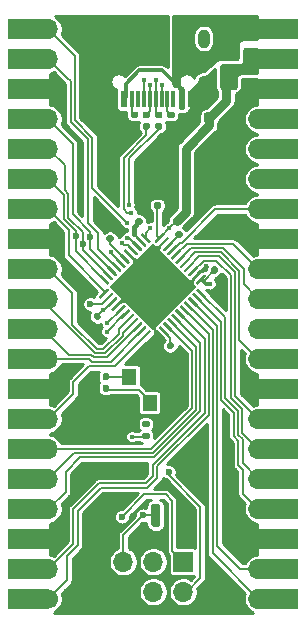
<source format=gtl>
G04 #@! TF.GenerationSoftware,KiCad,Pcbnew,(5.1.10)-1*
G04 #@! TF.CreationDate,2021-09-15T22:42:09+01:00*
G04 #@! TF.ProjectId,32u4-Pico,33327534-2d50-4696-936f-2e6b69636164,REV1*
G04 #@! TF.SameCoordinates,Original*
G04 #@! TF.FileFunction,Copper,L1,Top*
G04 #@! TF.FilePolarity,Positive*
%FSLAX46Y46*%
G04 Gerber Fmt 4.6, Leading zero omitted, Abs format (unit mm)*
G04 Created by KiCad (PCBNEW (5.1.10)-1) date 2021-09-15 22:42:09*
%MOMM*%
%LPD*%
G01*
G04 APERTURE LIST*
G04 #@! TA.AperFunction,ComponentPad*
%ADD10O,1.700000X1.700000*%
G04 #@! TD*
G04 #@! TA.AperFunction,ComponentPad*
%ADD11R,1.700000X1.700000*%
G04 #@! TD*
G04 #@! TA.AperFunction,SMDPad,CuDef*
%ADD12R,1.200000X0.900000*%
G04 #@! TD*
G04 #@! TA.AperFunction,SMDPad,CuDef*
%ADD13R,1.200000X1.400000*%
G04 #@! TD*
G04 #@! TA.AperFunction,SMDPad,CuDef*
%ADD14C,0.150000*%
G04 #@! TD*
G04 #@! TA.AperFunction,ComponentPad*
%ADD15R,3.500000X1.700000*%
G04 #@! TD*
G04 #@! TA.AperFunction,ComponentPad*
%ADD16C,1.700000*%
G04 #@! TD*
G04 #@! TA.AperFunction,SMDPad,CuDef*
%ADD17R,0.600000X1.450000*%
G04 #@! TD*
G04 #@! TA.AperFunction,SMDPad,CuDef*
%ADD18R,0.300000X1.450000*%
G04 #@! TD*
G04 #@! TA.AperFunction,ComponentPad*
%ADD19O,1.000000X2.100000*%
G04 #@! TD*
G04 #@! TA.AperFunction,ComponentPad*
%ADD20O,1.000000X1.600000*%
G04 #@! TD*
G04 #@! TA.AperFunction,ViaPad*
%ADD21C,0.400000*%
G04 #@! TD*
G04 #@! TA.AperFunction,ViaPad*
%ADD22C,0.600000*%
G04 #@! TD*
G04 #@! TA.AperFunction,Conductor*
%ADD23C,0.150000*%
G04 #@! TD*
G04 #@! TA.AperFunction,Conductor*
%ADD24C,0.200000*%
G04 #@! TD*
G04 #@! TA.AperFunction,Conductor*
%ADD25C,0.300000*%
G04 #@! TD*
G04 #@! TA.AperFunction,Conductor*
%ADD26C,0.400000*%
G04 #@! TD*
G04 #@! TA.AperFunction,Conductor*
%ADD27C,0.800000*%
G04 #@! TD*
G04 #@! TA.AperFunction,Conductor*
%ADD28C,0.254000*%
G04 #@! TD*
G04 APERTURE END LIST*
D10*
X101110000Y-106365000D03*
X101110000Y-103825000D03*
X103650000Y-106365000D03*
X103650000Y-103825000D03*
X106190000Y-106365000D03*
D11*
X106190000Y-103825000D03*
D12*
X109940000Y-59855000D03*
X109940000Y-63155000D03*
D13*
X103330000Y-88155000D03*
X103330000Y-90355000D03*
X101630000Y-90355000D03*
X101630000Y-88155000D03*
G04 #@! TA.AperFunction,SMDPad,CuDef*
G36*
G01*
X99350000Y-89305000D02*
X99350000Y-88965000D01*
G75*
G02*
X99490000Y-88825000I140000J0D01*
G01*
X99770000Y-88825000D01*
G75*
G02*
X99910000Y-88965000I0J-140000D01*
G01*
X99910000Y-89305000D01*
G75*
G02*
X99770000Y-89445000I-140000J0D01*
G01*
X99490000Y-89445000D01*
G75*
G02*
X99350000Y-89305000I0J140000D01*
G01*
G37*
G04 #@! TD.AperFunction*
G04 #@! TA.AperFunction,SMDPad,CuDef*
G36*
G01*
X98390000Y-89305000D02*
X98390000Y-88965000D01*
G75*
G02*
X98530000Y-88825000I140000J0D01*
G01*
X98810000Y-88825000D01*
G75*
G02*
X98950000Y-88965000I0J-140000D01*
G01*
X98950000Y-89305000D01*
G75*
G02*
X98810000Y-89445000I-140000J0D01*
G01*
X98530000Y-89445000D01*
G75*
G02*
X98390000Y-89305000I0J140000D01*
G01*
G37*
G04 #@! TD.AperFunction*
G04 #@! TA.AperFunction,SMDPad,CuDef*
G36*
G01*
X99350000Y-88325000D02*
X99350000Y-87985000D01*
G75*
G02*
X99490000Y-87845000I140000J0D01*
G01*
X99770000Y-87845000D01*
G75*
G02*
X99910000Y-87985000I0J-140000D01*
G01*
X99910000Y-88325000D01*
G75*
G02*
X99770000Y-88465000I-140000J0D01*
G01*
X99490000Y-88465000D01*
G75*
G02*
X99350000Y-88325000I0J140000D01*
G01*
G37*
G04 #@! TD.AperFunction*
G04 #@! TA.AperFunction,SMDPad,CuDef*
G36*
G01*
X98390000Y-88325000D02*
X98390000Y-87985000D01*
G75*
G02*
X98530000Y-87845000I140000J0D01*
G01*
X98810000Y-87845000D01*
G75*
G02*
X98950000Y-87985000I0J-140000D01*
G01*
X98950000Y-88325000D01*
G75*
G02*
X98810000Y-88465000I-140000J0D01*
G01*
X98530000Y-88465000D01*
G75*
G02*
X98390000Y-88325000I0J140000D01*
G01*
G37*
G04 #@! TD.AperFunction*
G04 #@! TA.AperFunction,SMDPad,CuDef*
G36*
G01*
X102837000Y-92900000D02*
X103207000Y-92900000D01*
G75*
G02*
X103342000Y-93035000I0J-135000D01*
G01*
X103342000Y-93305000D01*
G75*
G02*
X103207000Y-93440000I-135000J0D01*
G01*
X102837000Y-93440000D01*
G75*
G02*
X102702000Y-93305000I0J135000D01*
G01*
X102702000Y-93035000D01*
G75*
G02*
X102837000Y-92900000I135000J0D01*
G01*
G37*
G04 #@! TD.AperFunction*
G04 #@! TA.AperFunction,SMDPad,CuDef*
G36*
G01*
X102837000Y-91880000D02*
X103207000Y-91880000D01*
G75*
G02*
X103342000Y-92015000I0J-135000D01*
G01*
X103342000Y-92285000D01*
G75*
G02*
X103207000Y-92420000I-135000J0D01*
G01*
X102837000Y-92420000D01*
G75*
G02*
X102702000Y-92285000I0J135000D01*
G01*
X102702000Y-92015000D01*
G75*
G02*
X102837000Y-91880000I135000J0D01*
G01*
G37*
G04 #@! TD.AperFunction*
G04 #@! TA.AperFunction,SMDPad,CuDef*
G36*
G01*
X99252000Y-100697000D02*
X99252000Y-99097000D01*
G75*
G02*
X99452000Y-98897000I200000J0D01*
G01*
X99852000Y-98897000D01*
G75*
G02*
X100052000Y-99097000I0J-200000D01*
G01*
X100052000Y-100697000D01*
G75*
G02*
X99852000Y-100897000I-200000J0D01*
G01*
X99452000Y-100897000D01*
G75*
G02*
X99252000Y-100697000I0J200000D01*
G01*
G37*
G04 #@! TD.AperFunction*
G04 #@! TA.AperFunction,SMDPad,CuDef*
G36*
G01*
X103452000Y-100697000D02*
X103452000Y-99097000D01*
G75*
G02*
X103652000Y-98897000I200000J0D01*
G01*
X104052000Y-98897000D01*
G75*
G02*
X104252000Y-99097000I0J-200000D01*
G01*
X104252000Y-100697000D01*
G75*
G02*
X104052000Y-100897000I-200000J0D01*
G01*
X103652000Y-100897000D01*
G75*
G02*
X103452000Y-100697000I0J200000D01*
G01*
G37*
G04 #@! TD.AperFunction*
G04 #@! TA.AperFunction,SMDPad,CuDef*
G36*
G01*
X105283787Y-74350371D02*
X105043371Y-74590787D01*
G75*
G02*
X104845381Y-74590787I-98995J98995D01*
G01*
X104647391Y-74392797D01*
G75*
G02*
X104647391Y-74194807I98995J98995D01*
G01*
X104887807Y-73954391D01*
G75*
G02*
X105085797Y-73954391I98995J-98995D01*
G01*
X105283787Y-74152381D01*
G75*
G02*
X105283787Y-74350371I-98995J-98995D01*
G01*
G37*
G04 #@! TD.AperFunction*
G04 #@! TA.AperFunction,SMDPad,CuDef*
G36*
G01*
X105962609Y-75029193D02*
X105722193Y-75269609D01*
G75*
G02*
X105524203Y-75269609I-98995J98995D01*
G01*
X105326213Y-75071619D01*
G75*
G02*
X105326213Y-74873629I98995J98995D01*
G01*
X105566629Y-74633213D01*
G75*
G02*
X105764619Y-74633213I98995J-98995D01*
G01*
X105962609Y-74831203D01*
G75*
G02*
X105962609Y-75029193I-98995J-98995D01*
G01*
G37*
G04 #@! TD.AperFunction*
G04 #@! TA.AperFunction,SMDPad,CuDef*
G36*
G01*
X103023629Y-74648787D02*
X102783213Y-74408371D01*
G75*
G02*
X102783213Y-74210381I98995J98995D01*
G01*
X102981203Y-74012391D01*
G75*
G02*
X103179193Y-74012391I98995J-98995D01*
G01*
X103419609Y-74252807D01*
G75*
G02*
X103419609Y-74450797I-98995J-98995D01*
G01*
X103221619Y-74648787D01*
G75*
G02*
X103023629Y-74648787I-98995J98995D01*
G01*
G37*
G04 #@! TD.AperFunction*
G04 #@! TA.AperFunction,SMDPad,CuDef*
G36*
G01*
X102344807Y-75327609D02*
X102104391Y-75087193D01*
G75*
G02*
X102104391Y-74889203I98995J98995D01*
G01*
X102302381Y-74691213D01*
G75*
G02*
X102500371Y-74691213I98995J-98995D01*
G01*
X102740787Y-74931629D01*
G75*
G02*
X102740787Y-75129619I-98995J-98995D01*
G01*
X102542797Y-75327609D01*
G75*
G02*
X102344807Y-75327609I-98995J98995D01*
G01*
G37*
G04 #@! TD.AperFunction*
G04 #@! TA.AperFunction,SMDPad,CuDef*
G36*
G01*
X98309371Y-83419213D02*
X98549787Y-83659629D01*
G75*
G02*
X98549787Y-83857619I-98995J-98995D01*
G01*
X98351797Y-84055609D01*
G75*
G02*
X98153807Y-84055609I-98995J98995D01*
G01*
X97913391Y-83815193D01*
G75*
G02*
X97913391Y-83617203I98995J98995D01*
G01*
X98111381Y-83419213D01*
G75*
G02*
X98309371Y-83419213I98995J-98995D01*
G01*
G37*
G04 #@! TD.AperFunction*
G04 #@! TA.AperFunction,SMDPad,CuDef*
G36*
G01*
X98988193Y-82740391D02*
X99228609Y-82980807D01*
G75*
G02*
X99228609Y-83178797I-98995J-98995D01*
G01*
X99030619Y-83376787D01*
G75*
G02*
X98832629Y-83376787I-98995J98995D01*
G01*
X98592213Y-83136371D01*
G75*
G02*
X98592213Y-82938381I98995J98995D01*
G01*
X98790203Y-82740391D01*
G75*
G02*
X98988193Y-82740391I98995J-98995D01*
G01*
G37*
G04 #@! TD.AperFunction*
G04 #@! TA.AperFunction,SMDPad,CuDef*
G36*
G01*
X109176213Y-79745629D02*
X109416629Y-79505213D01*
G75*
G02*
X109614619Y-79505213I98995J-98995D01*
G01*
X109812609Y-79703203D01*
G75*
G02*
X109812609Y-79901193I-98995J-98995D01*
G01*
X109572193Y-80141609D01*
G75*
G02*
X109374203Y-80141609I-98995J98995D01*
G01*
X109176213Y-79943619D01*
G75*
G02*
X109176213Y-79745629I98995J98995D01*
G01*
G37*
G04 #@! TD.AperFunction*
G04 #@! TA.AperFunction,SMDPad,CuDef*
G36*
G01*
X108497391Y-79066807D02*
X108737807Y-78826391D01*
G75*
G02*
X108935797Y-78826391I98995J-98995D01*
G01*
X109133787Y-79024381D01*
G75*
G02*
X109133787Y-79222371I-98995J-98995D01*
G01*
X108893371Y-79462787D01*
G75*
G02*
X108695381Y-79462787I-98995J98995D01*
G01*
X108497391Y-79264797D01*
G75*
G02*
X108497391Y-79066807I98995J98995D01*
G01*
G37*
G04 #@! TD.AperFunction*
G04 #@! TA.AperFunction,SMDPad,CuDef*
G36*
G01*
X104170000Y-72965000D02*
X103830000Y-72965000D01*
G75*
G02*
X103690000Y-72825000I0J140000D01*
G01*
X103690000Y-72545000D01*
G75*
G02*
X103830000Y-72405000I140000J0D01*
G01*
X104170000Y-72405000D01*
G75*
G02*
X104310000Y-72545000I0J-140000D01*
G01*
X104310000Y-72825000D01*
G75*
G02*
X104170000Y-72965000I-140000J0D01*
G01*
G37*
G04 #@! TD.AperFunction*
G04 #@! TA.AperFunction,SMDPad,CuDef*
G36*
G01*
X104170000Y-73925000D02*
X103830000Y-73925000D01*
G75*
G02*
X103690000Y-73785000I0J140000D01*
G01*
X103690000Y-73505000D01*
G75*
G02*
X103830000Y-73365000I140000J0D01*
G01*
X104170000Y-73365000D01*
G75*
G02*
X104310000Y-73505000I0J-140000D01*
G01*
X104310000Y-73785000D01*
G75*
G02*
X104170000Y-73925000I-140000J0D01*
G01*
G37*
G04 #@! TD.AperFunction*
G04 #@! TA.AperFunction,SMDPad,CuDef*
G36*
G01*
X105447624Y-86130040D02*
X105688040Y-85889624D01*
G75*
G02*
X105886030Y-85889624I98995J-98995D01*
G01*
X106084020Y-86087614D01*
G75*
G02*
X106084020Y-86285604I-98995J-98995D01*
G01*
X105843604Y-86526020D01*
G75*
G02*
X105645614Y-86526020I-98995J98995D01*
G01*
X105447624Y-86328030D01*
G75*
G02*
X105447624Y-86130040I98995J98995D01*
G01*
G37*
G04 #@! TD.AperFunction*
G04 #@! TA.AperFunction,SMDPad,CuDef*
G36*
G01*
X104768802Y-85451218D02*
X105009218Y-85210802D01*
G75*
G02*
X105207208Y-85210802I98995J-98995D01*
G01*
X105405198Y-85408792D01*
G75*
G02*
X105405198Y-85606782I-98995J-98995D01*
G01*
X105164782Y-85847198D01*
G75*
G02*
X104966792Y-85847198I-98995J98995D01*
G01*
X104768802Y-85649208D01*
G75*
G02*
X104768802Y-85451218I98995J98995D01*
G01*
G37*
G04 #@! TD.AperFunction*
G04 #@! TA.AperFunction,SMDPad,CuDef*
G36*
G01*
X100605629Y-76100787D02*
X100365213Y-75860371D01*
G75*
G02*
X100365213Y-75662381I98995J98995D01*
G01*
X100563203Y-75464391D01*
G75*
G02*
X100761193Y-75464391I98995J-98995D01*
G01*
X101001609Y-75704807D01*
G75*
G02*
X101001609Y-75902797I-98995J-98995D01*
G01*
X100803619Y-76100787D01*
G75*
G02*
X100605629Y-76100787I-98995J98995D01*
G01*
G37*
G04 #@! TD.AperFunction*
G04 #@! TA.AperFunction,SMDPad,CuDef*
G36*
G01*
X99926807Y-76779609D02*
X99686391Y-76539193D01*
G75*
G02*
X99686391Y-76341203I98995J98995D01*
G01*
X99884381Y-76143213D01*
G75*
G02*
X100082371Y-76143213I98995J-98995D01*
G01*
X100322787Y-76383629D01*
G75*
G02*
X100322787Y-76581619I-98995J-98995D01*
G01*
X100124797Y-76779609D01*
G75*
G02*
X99926807Y-76779609I-98995J98995D01*
G01*
G37*
G04 #@! TD.AperFunction*
G04 #@! TA.AperFunction,SMDPad,CuDef*
G36*
G01*
X106443629Y-75760787D02*
X106203213Y-75520371D01*
G75*
G02*
X106203213Y-75322381I98995J98995D01*
G01*
X106401203Y-75124391D01*
G75*
G02*
X106599193Y-75124391I98995J-98995D01*
G01*
X106839609Y-75364807D01*
G75*
G02*
X106839609Y-75562797I-98995J-98995D01*
G01*
X106641619Y-75760787D01*
G75*
G02*
X106443629Y-75760787I-98995J98995D01*
G01*
G37*
G04 #@! TD.AperFunction*
G04 #@! TA.AperFunction,SMDPad,CuDef*
G36*
G01*
X105764807Y-76439609D02*
X105524391Y-76199193D01*
G75*
G02*
X105524391Y-76001203I98995J98995D01*
G01*
X105722381Y-75803213D01*
G75*
G02*
X105920371Y-75803213I98995J-98995D01*
G01*
X106160787Y-76043629D01*
G75*
G02*
X106160787Y-76241619I-98995J-98995D01*
G01*
X105962797Y-76439609D01*
G75*
G02*
X105764807Y-76439609I-98995J98995D01*
G01*
G37*
G04 #@! TD.AperFunction*
G04 #@! TA.AperFunction,SMDPad,CuDef*
G36*
G01*
X107280000Y-65989000D02*
X107280000Y-66489000D01*
G75*
G02*
X107055000Y-66714000I-225000J0D01*
G01*
X106605000Y-66714000D01*
G75*
G02*
X106380000Y-66489000I0J225000D01*
G01*
X106380000Y-65989000D01*
G75*
G02*
X106605000Y-65764000I225000J0D01*
G01*
X107055000Y-65764000D01*
G75*
G02*
X107280000Y-65989000I0J-225000D01*
G01*
G37*
G04 #@! TD.AperFunction*
G04 #@! TA.AperFunction,SMDPad,CuDef*
G36*
G01*
X108830000Y-65989000D02*
X108830000Y-66489000D01*
G75*
G02*
X108605000Y-66714000I-225000J0D01*
G01*
X108155000Y-66714000D01*
G75*
G02*
X107930000Y-66489000I0J225000D01*
G01*
X107930000Y-65989000D01*
G75*
G02*
X108155000Y-65764000I225000J0D01*
G01*
X108605000Y-65764000D01*
G75*
G02*
X108830000Y-65989000I0J-225000D01*
G01*
G37*
G04 #@! TD.AperFunction*
G04 #@! TA.AperFunction,SMDPad,CuDef*
G36*
G01*
X103949000Y-66691000D02*
X104289000Y-66691000D01*
G75*
G02*
X104429000Y-66831000I0J-140000D01*
G01*
X104429000Y-67111000D01*
G75*
G02*
X104289000Y-67251000I-140000J0D01*
G01*
X103949000Y-67251000D01*
G75*
G02*
X103809000Y-67111000I0J140000D01*
G01*
X103809000Y-66831000D01*
G75*
G02*
X103949000Y-66691000I140000J0D01*
G01*
G37*
G04 #@! TD.AperFunction*
G04 #@! TA.AperFunction,SMDPad,CuDef*
G36*
G01*
X103949000Y-65731000D02*
X104289000Y-65731000D01*
G75*
G02*
X104429000Y-65871000I0J-140000D01*
G01*
X104429000Y-66151000D01*
G75*
G02*
X104289000Y-66291000I-140000J0D01*
G01*
X103949000Y-66291000D01*
G75*
G02*
X103809000Y-66151000I0J140000D01*
G01*
X103809000Y-65871000D01*
G75*
G02*
X103949000Y-65731000I140000J0D01*
G01*
G37*
G04 #@! TD.AperFunction*
G04 #@! TA.AperFunction,SMDPad,CuDef*
G36*
G01*
X102245000Y-66245000D02*
X101875000Y-66245000D01*
G75*
G02*
X101740000Y-66110000I0J135000D01*
G01*
X101740000Y-65840000D01*
G75*
G02*
X101875000Y-65705000I135000J0D01*
G01*
X102245000Y-65705000D01*
G75*
G02*
X102380000Y-65840000I0J-135000D01*
G01*
X102380000Y-66110000D01*
G75*
G02*
X102245000Y-66245000I-135000J0D01*
G01*
G37*
G04 #@! TD.AperFunction*
G04 #@! TA.AperFunction,SMDPad,CuDef*
G36*
G01*
X102245000Y-67265000D02*
X101875000Y-67265000D01*
G75*
G02*
X101740000Y-67130000I0J135000D01*
G01*
X101740000Y-66860000D01*
G75*
G02*
X101875000Y-66725000I135000J0D01*
G01*
X102245000Y-66725000D01*
G75*
G02*
X102380000Y-66860000I0J-135000D01*
G01*
X102380000Y-67130000D01*
G75*
G02*
X102245000Y-67265000I-135000J0D01*
G01*
G37*
G04 #@! TD.AperFunction*
G04 #@! TA.AperFunction,SMDPad,CuDef*
G36*
G01*
X105335000Y-66255000D02*
X104965000Y-66255000D01*
G75*
G02*
X104830000Y-66120000I0J135000D01*
G01*
X104830000Y-65850000D01*
G75*
G02*
X104965000Y-65715000I135000J0D01*
G01*
X105335000Y-65715000D01*
G75*
G02*
X105470000Y-65850000I0J-135000D01*
G01*
X105470000Y-66120000D01*
G75*
G02*
X105335000Y-66255000I-135000J0D01*
G01*
G37*
G04 #@! TD.AperFunction*
G04 #@! TA.AperFunction,SMDPad,CuDef*
G36*
G01*
X105335000Y-67275000D02*
X104965000Y-67275000D01*
G75*
G02*
X104830000Y-67140000I0J135000D01*
G01*
X104830000Y-66870000D01*
G75*
G02*
X104965000Y-66735000I135000J0D01*
G01*
X105335000Y-66735000D01*
G75*
G02*
X105470000Y-66870000I0J-135000D01*
G01*
X105470000Y-67140000D01*
G75*
G02*
X105335000Y-67275000I-135000J0D01*
G01*
G37*
G04 #@! TD.AperFunction*
G04 #@! TA.AperFunction,SMDPad,CuDef*
G36*
G01*
X102884000Y-66684000D02*
X103224000Y-66684000D01*
G75*
G02*
X103364000Y-66824000I0J-140000D01*
G01*
X103364000Y-67104000D01*
G75*
G02*
X103224000Y-67244000I-140000J0D01*
G01*
X102884000Y-67244000D01*
G75*
G02*
X102744000Y-67104000I0J140000D01*
G01*
X102744000Y-66824000D01*
G75*
G02*
X102884000Y-66684000I140000J0D01*
G01*
G37*
G04 #@! TD.AperFunction*
G04 #@! TA.AperFunction,SMDPad,CuDef*
G36*
G01*
X102884000Y-65724000D02*
X103224000Y-65724000D01*
G75*
G02*
X103364000Y-65864000I0J-140000D01*
G01*
X103364000Y-66144000D01*
G75*
G02*
X103224000Y-66284000I-140000J0D01*
G01*
X102884000Y-66284000D01*
G75*
G02*
X102744000Y-66144000I0J140000D01*
G01*
X102744000Y-65864000D01*
G75*
G02*
X102884000Y-65724000I140000J0D01*
G01*
G37*
G04 #@! TD.AperFunction*
G04 #@! TA.AperFunction,SMDPad,CuDef*
D14*
G36*
X99913045Y-80525000D02*
G01*
X103590000Y-76848045D01*
X107266955Y-80525000D01*
X103590000Y-84201955D01*
X99913045Y-80525000D01*
G37*
G04 #@! TD.AperFunction*
G04 #@! TA.AperFunction,SMDPad,CuDef*
G36*
G01*
X103757938Y-76644752D02*
X104429690Y-75973000D01*
G75*
G02*
X104518078Y-75973000I44194J-44194D01*
G01*
X104606466Y-76061388D01*
G75*
G02*
X104606466Y-76149776I-44194J-44194D01*
G01*
X103934714Y-76821528D01*
G75*
G02*
X103846326Y-76821528I-44194J44194D01*
G01*
X103757938Y-76733140D01*
G75*
G02*
X103757938Y-76644752I44194J44194D01*
G01*
G37*
G04 #@! TD.AperFunction*
G04 #@! TA.AperFunction,SMDPad,CuDef*
G36*
G01*
X104111491Y-76998306D02*
X104783243Y-76326554D01*
G75*
G02*
X104871631Y-76326554I44194J-44194D01*
G01*
X104960019Y-76414942D01*
G75*
G02*
X104960019Y-76503330I-44194J-44194D01*
G01*
X104288267Y-77175082D01*
G75*
G02*
X104199879Y-77175082I-44194J44194D01*
G01*
X104111491Y-77086694D01*
G75*
G02*
X104111491Y-76998306I44194J44194D01*
G01*
G37*
G04 #@! TD.AperFunction*
G04 #@! TA.AperFunction,SMDPad,CuDef*
G36*
G01*
X104465045Y-77351859D02*
X105136797Y-76680107D01*
G75*
G02*
X105225185Y-76680107I44194J-44194D01*
G01*
X105313573Y-76768495D01*
G75*
G02*
X105313573Y-76856883I-44194J-44194D01*
G01*
X104641821Y-77528635D01*
G75*
G02*
X104553433Y-77528635I-44194J44194D01*
G01*
X104465045Y-77440247D01*
G75*
G02*
X104465045Y-77351859I44194J44194D01*
G01*
G37*
G04 #@! TD.AperFunction*
G04 #@! TA.AperFunction,SMDPad,CuDef*
G36*
G01*
X104818598Y-77705412D02*
X105490350Y-77033660D01*
G75*
G02*
X105578738Y-77033660I44194J-44194D01*
G01*
X105667126Y-77122048D01*
G75*
G02*
X105667126Y-77210436I-44194J-44194D01*
G01*
X104995374Y-77882188D01*
G75*
G02*
X104906986Y-77882188I-44194J44194D01*
G01*
X104818598Y-77793800D01*
G75*
G02*
X104818598Y-77705412I44194J44194D01*
G01*
G37*
G04 #@! TD.AperFunction*
G04 #@! TA.AperFunction,SMDPad,CuDef*
G36*
G01*
X105172151Y-78058966D02*
X105843903Y-77387214D01*
G75*
G02*
X105932291Y-77387214I44194J-44194D01*
G01*
X106020679Y-77475602D01*
G75*
G02*
X106020679Y-77563990I-44194J-44194D01*
G01*
X105348927Y-78235742D01*
G75*
G02*
X105260539Y-78235742I-44194J44194D01*
G01*
X105172151Y-78147354D01*
G75*
G02*
X105172151Y-78058966I44194J44194D01*
G01*
G37*
G04 #@! TD.AperFunction*
G04 #@! TA.AperFunction,SMDPad,CuDef*
G36*
G01*
X105525705Y-78412519D02*
X106197457Y-77740767D01*
G75*
G02*
X106285845Y-77740767I44194J-44194D01*
G01*
X106374233Y-77829155D01*
G75*
G02*
X106374233Y-77917543I-44194J-44194D01*
G01*
X105702481Y-78589295D01*
G75*
G02*
X105614093Y-78589295I-44194J44194D01*
G01*
X105525705Y-78500907D01*
G75*
G02*
X105525705Y-78412519I44194J44194D01*
G01*
G37*
G04 #@! TD.AperFunction*
G04 #@! TA.AperFunction,SMDPad,CuDef*
G36*
G01*
X105879258Y-78766073D02*
X106551010Y-78094321D01*
G75*
G02*
X106639398Y-78094321I44194J-44194D01*
G01*
X106727786Y-78182709D01*
G75*
G02*
X106727786Y-78271097I-44194J-44194D01*
G01*
X106056034Y-78942849D01*
G75*
G02*
X105967646Y-78942849I-44194J44194D01*
G01*
X105879258Y-78854461D01*
G75*
G02*
X105879258Y-78766073I44194J44194D01*
G01*
G37*
G04 #@! TD.AperFunction*
G04 #@! TA.AperFunction,SMDPad,CuDef*
G36*
G01*
X106232812Y-79119626D02*
X106904564Y-78447874D01*
G75*
G02*
X106992952Y-78447874I44194J-44194D01*
G01*
X107081340Y-78536262D01*
G75*
G02*
X107081340Y-78624650I-44194J-44194D01*
G01*
X106409588Y-79296402D01*
G75*
G02*
X106321200Y-79296402I-44194J44194D01*
G01*
X106232812Y-79208014D01*
G75*
G02*
X106232812Y-79119626I44194J44194D01*
G01*
G37*
G04 #@! TD.AperFunction*
G04 #@! TA.AperFunction,SMDPad,CuDef*
G36*
G01*
X106586365Y-79473179D02*
X107258117Y-78801427D01*
G75*
G02*
X107346505Y-78801427I44194J-44194D01*
G01*
X107434893Y-78889815D01*
G75*
G02*
X107434893Y-78978203I-44194J-44194D01*
G01*
X106763141Y-79649955D01*
G75*
G02*
X106674753Y-79649955I-44194J44194D01*
G01*
X106586365Y-79561567D01*
G75*
G02*
X106586365Y-79473179I44194J44194D01*
G01*
G37*
G04 #@! TD.AperFunction*
G04 #@! TA.AperFunction,SMDPad,CuDef*
G36*
G01*
X106939918Y-79826733D02*
X107611670Y-79154981D01*
G75*
G02*
X107700058Y-79154981I44194J-44194D01*
G01*
X107788446Y-79243369D01*
G75*
G02*
X107788446Y-79331757I-44194J-44194D01*
G01*
X107116694Y-80003509D01*
G75*
G02*
X107028306Y-80003509I-44194J44194D01*
G01*
X106939918Y-79915121D01*
G75*
G02*
X106939918Y-79826733I44194J44194D01*
G01*
G37*
G04 #@! TD.AperFunction*
G04 #@! TA.AperFunction,SMDPad,CuDef*
G36*
G01*
X107293472Y-80180286D02*
X107965224Y-79508534D01*
G75*
G02*
X108053612Y-79508534I44194J-44194D01*
G01*
X108142000Y-79596922D01*
G75*
G02*
X108142000Y-79685310I-44194J-44194D01*
G01*
X107470248Y-80357062D01*
G75*
G02*
X107381860Y-80357062I-44194J44194D01*
G01*
X107293472Y-80268674D01*
G75*
G02*
X107293472Y-80180286I44194J44194D01*
G01*
G37*
G04 #@! TD.AperFunction*
G04 #@! TA.AperFunction,SMDPad,CuDef*
G36*
G01*
X107293472Y-80781326D02*
X107381860Y-80692938D01*
G75*
G02*
X107470248Y-80692938I44194J-44194D01*
G01*
X108142000Y-81364690D01*
G75*
G02*
X108142000Y-81453078I-44194J-44194D01*
G01*
X108053612Y-81541466D01*
G75*
G02*
X107965224Y-81541466I-44194J44194D01*
G01*
X107293472Y-80869714D01*
G75*
G02*
X107293472Y-80781326I44194J44194D01*
G01*
G37*
G04 #@! TD.AperFunction*
G04 #@! TA.AperFunction,SMDPad,CuDef*
G36*
G01*
X106939918Y-81134879D02*
X107028306Y-81046491D01*
G75*
G02*
X107116694Y-81046491I44194J-44194D01*
G01*
X107788446Y-81718243D01*
G75*
G02*
X107788446Y-81806631I-44194J-44194D01*
G01*
X107700058Y-81895019D01*
G75*
G02*
X107611670Y-81895019I-44194J44194D01*
G01*
X106939918Y-81223267D01*
G75*
G02*
X106939918Y-81134879I44194J44194D01*
G01*
G37*
G04 #@! TD.AperFunction*
G04 #@! TA.AperFunction,SMDPad,CuDef*
G36*
G01*
X106586365Y-81488433D02*
X106674753Y-81400045D01*
G75*
G02*
X106763141Y-81400045I44194J-44194D01*
G01*
X107434893Y-82071797D01*
G75*
G02*
X107434893Y-82160185I-44194J-44194D01*
G01*
X107346505Y-82248573D01*
G75*
G02*
X107258117Y-82248573I-44194J44194D01*
G01*
X106586365Y-81576821D01*
G75*
G02*
X106586365Y-81488433I44194J44194D01*
G01*
G37*
G04 #@! TD.AperFunction*
G04 #@! TA.AperFunction,SMDPad,CuDef*
G36*
G01*
X106232812Y-81841986D02*
X106321200Y-81753598D01*
G75*
G02*
X106409588Y-81753598I44194J-44194D01*
G01*
X107081340Y-82425350D01*
G75*
G02*
X107081340Y-82513738I-44194J-44194D01*
G01*
X106992952Y-82602126D01*
G75*
G02*
X106904564Y-82602126I-44194J44194D01*
G01*
X106232812Y-81930374D01*
G75*
G02*
X106232812Y-81841986I44194J44194D01*
G01*
G37*
G04 #@! TD.AperFunction*
G04 #@! TA.AperFunction,SMDPad,CuDef*
G36*
G01*
X105879258Y-82195539D02*
X105967646Y-82107151D01*
G75*
G02*
X106056034Y-82107151I44194J-44194D01*
G01*
X106727786Y-82778903D01*
G75*
G02*
X106727786Y-82867291I-44194J-44194D01*
G01*
X106639398Y-82955679D01*
G75*
G02*
X106551010Y-82955679I-44194J44194D01*
G01*
X105879258Y-82283927D01*
G75*
G02*
X105879258Y-82195539I44194J44194D01*
G01*
G37*
G04 #@! TD.AperFunction*
G04 #@! TA.AperFunction,SMDPad,CuDef*
G36*
G01*
X105525705Y-82549093D02*
X105614093Y-82460705D01*
G75*
G02*
X105702481Y-82460705I44194J-44194D01*
G01*
X106374233Y-83132457D01*
G75*
G02*
X106374233Y-83220845I-44194J-44194D01*
G01*
X106285845Y-83309233D01*
G75*
G02*
X106197457Y-83309233I-44194J44194D01*
G01*
X105525705Y-82637481D01*
G75*
G02*
X105525705Y-82549093I44194J44194D01*
G01*
G37*
G04 #@! TD.AperFunction*
G04 #@! TA.AperFunction,SMDPad,CuDef*
G36*
G01*
X105172151Y-82902646D02*
X105260539Y-82814258D01*
G75*
G02*
X105348927Y-82814258I44194J-44194D01*
G01*
X106020679Y-83486010D01*
G75*
G02*
X106020679Y-83574398I-44194J-44194D01*
G01*
X105932291Y-83662786D01*
G75*
G02*
X105843903Y-83662786I-44194J44194D01*
G01*
X105172151Y-82991034D01*
G75*
G02*
X105172151Y-82902646I44194J44194D01*
G01*
G37*
G04 #@! TD.AperFunction*
G04 #@! TA.AperFunction,SMDPad,CuDef*
G36*
G01*
X104818598Y-83256200D02*
X104906986Y-83167812D01*
G75*
G02*
X104995374Y-83167812I44194J-44194D01*
G01*
X105667126Y-83839564D01*
G75*
G02*
X105667126Y-83927952I-44194J-44194D01*
G01*
X105578738Y-84016340D01*
G75*
G02*
X105490350Y-84016340I-44194J44194D01*
G01*
X104818598Y-83344588D01*
G75*
G02*
X104818598Y-83256200I44194J44194D01*
G01*
G37*
G04 #@! TD.AperFunction*
G04 #@! TA.AperFunction,SMDPad,CuDef*
G36*
G01*
X104465045Y-83609753D02*
X104553433Y-83521365D01*
G75*
G02*
X104641821Y-83521365I44194J-44194D01*
G01*
X105313573Y-84193117D01*
G75*
G02*
X105313573Y-84281505I-44194J-44194D01*
G01*
X105225185Y-84369893D01*
G75*
G02*
X105136797Y-84369893I-44194J44194D01*
G01*
X104465045Y-83698141D01*
G75*
G02*
X104465045Y-83609753I44194J44194D01*
G01*
G37*
G04 #@! TD.AperFunction*
G04 #@! TA.AperFunction,SMDPad,CuDef*
G36*
G01*
X104111491Y-83963306D02*
X104199879Y-83874918D01*
G75*
G02*
X104288267Y-83874918I44194J-44194D01*
G01*
X104960019Y-84546670D01*
G75*
G02*
X104960019Y-84635058I-44194J-44194D01*
G01*
X104871631Y-84723446D01*
G75*
G02*
X104783243Y-84723446I-44194J44194D01*
G01*
X104111491Y-84051694D01*
G75*
G02*
X104111491Y-83963306I44194J44194D01*
G01*
G37*
G04 #@! TD.AperFunction*
G04 #@! TA.AperFunction,SMDPad,CuDef*
G36*
G01*
X103757938Y-84316860D02*
X103846326Y-84228472D01*
G75*
G02*
X103934714Y-84228472I44194J-44194D01*
G01*
X104606466Y-84900224D01*
G75*
G02*
X104606466Y-84988612I-44194J-44194D01*
G01*
X104518078Y-85077000D01*
G75*
G02*
X104429690Y-85077000I-44194J44194D01*
G01*
X103757938Y-84405248D01*
G75*
G02*
X103757938Y-84316860I44194J44194D01*
G01*
G37*
G04 #@! TD.AperFunction*
G04 #@! TA.AperFunction,SMDPad,CuDef*
G36*
G01*
X102573534Y-84900224D02*
X103245286Y-84228472D01*
G75*
G02*
X103333674Y-84228472I44194J-44194D01*
G01*
X103422062Y-84316860D01*
G75*
G02*
X103422062Y-84405248I-44194J-44194D01*
G01*
X102750310Y-85077000D01*
G75*
G02*
X102661922Y-85077000I-44194J44194D01*
G01*
X102573534Y-84988612D01*
G75*
G02*
X102573534Y-84900224I44194J44194D01*
G01*
G37*
G04 #@! TD.AperFunction*
G04 #@! TA.AperFunction,SMDPad,CuDef*
G36*
G01*
X102219981Y-84546670D02*
X102891733Y-83874918D01*
G75*
G02*
X102980121Y-83874918I44194J-44194D01*
G01*
X103068509Y-83963306D01*
G75*
G02*
X103068509Y-84051694I-44194J-44194D01*
G01*
X102396757Y-84723446D01*
G75*
G02*
X102308369Y-84723446I-44194J44194D01*
G01*
X102219981Y-84635058D01*
G75*
G02*
X102219981Y-84546670I44194J44194D01*
G01*
G37*
G04 #@! TD.AperFunction*
G04 #@! TA.AperFunction,SMDPad,CuDef*
G36*
G01*
X101866427Y-84193117D02*
X102538179Y-83521365D01*
G75*
G02*
X102626567Y-83521365I44194J-44194D01*
G01*
X102714955Y-83609753D01*
G75*
G02*
X102714955Y-83698141I-44194J-44194D01*
G01*
X102043203Y-84369893D01*
G75*
G02*
X101954815Y-84369893I-44194J44194D01*
G01*
X101866427Y-84281505D01*
G75*
G02*
X101866427Y-84193117I44194J44194D01*
G01*
G37*
G04 #@! TD.AperFunction*
G04 #@! TA.AperFunction,SMDPad,CuDef*
G36*
G01*
X101512874Y-83839564D02*
X102184626Y-83167812D01*
G75*
G02*
X102273014Y-83167812I44194J-44194D01*
G01*
X102361402Y-83256200D01*
G75*
G02*
X102361402Y-83344588I-44194J-44194D01*
G01*
X101689650Y-84016340D01*
G75*
G02*
X101601262Y-84016340I-44194J44194D01*
G01*
X101512874Y-83927952D01*
G75*
G02*
X101512874Y-83839564I44194J44194D01*
G01*
G37*
G04 #@! TD.AperFunction*
G04 #@! TA.AperFunction,SMDPad,CuDef*
G36*
G01*
X101159321Y-83486010D02*
X101831073Y-82814258D01*
G75*
G02*
X101919461Y-82814258I44194J-44194D01*
G01*
X102007849Y-82902646D01*
G75*
G02*
X102007849Y-82991034I-44194J-44194D01*
G01*
X101336097Y-83662786D01*
G75*
G02*
X101247709Y-83662786I-44194J44194D01*
G01*
X101159321Y-83574398D01*
G75*
G02*
X101159321Y-83486010I44194J44194D01*
G01*
G37*
G04 #@! TD.AperFunction*
G04 #@! TA.AperFunction,SMDPad,CuDef*
G36*
G01*
X100805767Y-83132457D02*
X101477519Y-82460705D01*
G75*
G02*
X101565907Y-82460705I44194J-44194D01*
G01*
X101654295Y-82549093D01*
G75*
G02*
X101654295Y-82637481I-44194J-44194D01*
G01*
X100982543Y-83309233D01*
G75*
G02*
X100894155Y-83309233I-44194J44194D01*
G01*
X100805767Y-83220845D01*
G75*
G02*
X100805767Y-83132457I44194J44194D01*
G01*
G37*
G04 #@! TD.AperFunction*
G04 #@! TA.AperFunction,SMDPad,CuDef*
G36*
G01*
X100452214Y-82778903D02*
X101123966Y-82107151D01*
G75*
G02*
X101212354Y-82107151I44194J-44194D01*
G01*
X101300742Y-82195539D01*
G75*
G02*
X101300742Y-82283927I-44194J-44194D01*
G01*
X100628990Y-82955679D01*
G75*
G02*
X100540602Y-82955679I-44194J44194D01*
G01*
X100452214Y-82867291D01*
G75*
G02*
X100452214Y-82778903I44194J44194D01*
G01*
G37*
G04 #@! TD.AperFunction*
G04 #@! TA.AperFunction,SMDPad,CuDef*
G36*
G01*
X100098660Y-82425350D02*
X100770412Y-81753598D01*
G75*
G02*
X100858800Y-81753598I44194J-44194D01*
G01*
X100947188Y-81841986D01*
G75*
G02*
X100947188Y-81930374I-44194J-44194D01*
G01*
X100275436Y-82602126D01*
G75*
G02*
X100187048Y-82602126I-44194J44194D01*
G01*
X100098660Y-82513738D01*
G75*
G02*
X100098660Y-82425350I44194J44194D01*
G01*
G37*
G04 #@! TD.AperFunction*
G04 #@! TA.AperFunction,SMDPad,CuDef*
G36*
G01*
X99745107Y-82071797D02*
X100416859Y-81400045D01*
G75*
G02*
X100505247Y-81400045I44194J-44194D01*
G01*
X100593635Y-81488433D01*
G75*
G02*
X100593635Y-81576821I-44194J-44194D01*
G01*
X99921883Y-82248573D01*
G75*
G02*
X99833495Y-82248573I-44194J44194D01*
G01*
X99745107Y-82160185D01*
G75*
G02*
X99745107Y-82071797I44194J44194D01*
G01*
G37*
G04 #@! TD.AperFunction*
G04 #@! TA.AperFunction,SMDPad,CuDef*
G36*
G01*
X99391554Y-81718243D02*
X100063306Y-81046491D01*
G75*
G02*
X100151694Y-81046491I44194J-44194D01*
G01*
X100240082Y-81134879D01*
G75*
G02*
X100240082Y-81223267I-44194J-44194D01*
G01*
X99568330Y-81895019D01*
G75*
G02*
X99479942Y-81895019I-44194J44194D01*
G01*
X99391554Y-81806631D01*
G75*
G02*
X99391554Y-81718243I44194J44194D01*
G01*
G37*
G04 #@! TD.AperFunction*
G04 #@! TA.AperFunction,SMDPad,CuDef*
G36*
G01*
X99038000Y-81364690D02*
X99709752Y-80692938D01*
G75*
G02*
X99798140Y-80692938I44194J-44194D01*
G01*
X99886528Y-80781326D01*
G75*
G02*
X99886528Y-80869714I-44194J-44194D01*
G01*
X99214776Y-81541466D01*
G75*
G02*
X99126388Y-81541466I-44194J44194D01*
G01*
X99038000Y-81453078D01*
G75*
G02*
X99038000Y-81364690I44194J44194D01*
G01*
G37*
G04 #@! TD.AperFunction*
G04 #@! TA.AperFunction,SMDPad,CuDef*
G36*
G01*
X99038000Y-79596922D02*
X99126388Y-79508534D01*
G75*
G02*
X99214776Y-79508534I44194J-44194D01*
G01*
X99886528Y-80180286D01*
G75*
G02*
X99886528Y-80268674I-44194J-44194D01*
G01*
X99798140Y-80357062D01*
G75*
G02*
X99709752Y-80357062I-44194J44194D01*
G01*
X99038000Y-79685310D01*
G75*
G02*
X99038000Y-79596922I44194J44194D01*
G01*
G37*
G04 #@! TD.AperFunction*
G04 #@! TA.AperFunction,SMDPad,CuDef*
G36*
G01*
X99391554Y-79243369D02*
X99479942Y-79154981D01*
G75*
G02*
X99568330Y-79154981I44194J-44194D01*
G01*
X100240082Y-79826733D01*
G75*
G02*
X100240082Y-79915121I-44194J-44194D01*
G01*
X100151694Y-80003509D01*
G75*
G02*
X100063306Y-80003509I-44194J44194D01*
G01*
X99391554Y-79331757D01*
G75*
G02*
X99391554Y-79243369I44194J44194D01*
G01*
G37*
G04 #@! TD.AperFunction*
G04 #@! TA.AperFunction,SMDPad,CuDef*
G36*
G01*
X99745107Y-78889815D02*
X99833495Y-78801427D01*
G75*
G02*
X99921883Y-78801427I44194J-44194D01*
G01*
X100593635Y-79473179D01*
G75*
G02*
X100593635Y-79561567I-44194J-44194D01*
G01*
X100505247Y-79649955D01*
G75*
G02*
X100416859Y-79649955I-44194J44194D01*
G01*
X99745107Y-78978203D01*
G75*
G02*
X99745107Y-78889815I44194J44194D01*
G01*
G37*
G04 #@! TD.AperFunction*
G04 #@! TA.AperFunction,SMDPad,CuDef*
G36*
G01*
X100098660Y-78536262D02*
X100187048Y-78447874D01*
G75*
G02*
X100275436Y-78447874I44194J-44194D01*
G01*
X100947188Y-79119626D01*
G75*
G02*
X100947188Y-79208014I-44194J-44194D01*
G01*
X100858800Y-79296402D01*
G75*
G02*
X100770412Y-79296402I-44194J44194D01*
G01*
X100098660Y-78624650D01*
G75*
G02*
X100098660Y-78536262I44194J44194D01*
G01*
G37*
G04 #@! TD.AperFunction*
G04 #@! TA.AperFunction,SMDPad,CuDef*
G36*
G01*
X100452214Y-78182709D02*
X100540602Y-78094321D01*
G75*
G02*
X100628990Y-78094321I44194J-44194D01*
G01*
X101300742Y-78766073D01*
G75*
G02*
X101300742Y-78854461I-44194J-44194D01*
G01*
X101212354Y-78942849D01*
G75*
G02*
X101123966Y-78942849I-44194J44194D01*
G01*
X100452214Y-78271097D01*
G75*
G02*
X100452214Y-78182709I44194J44194D01*
G01*
G37*
G04 #@! TD.AperFunction*
G04 #@! TA.AperFunction,SMDPad,CuDef*
G36*
G01*
X100805767Y-77829155D02*
X100894155Y-77740767D01*
G75*
G02*
X100982543Y-77740767I44194J-44194D01*
G01*
X101654295Y-78412519D01*
G75*
G02*
X101654295Y-78500907I-44194J-44194D01*
G01*
X101565907Y-78589295D01*
G75*
G02*
X101477519Y-78589295I-44194J44194D01*
G01*
X100805767Y-77917543D01*
G75*
G02*
X100805767Y-77829155I44194J44194D01*
G01*
G37*
G04 #@! TD.AperFunction*
G04 #@! TA.AperFunction,SMDPad,CuDef*
G36*
G01*
X101159321Y-77475602D02*
X101247709Y-77387214D01*
G75*
G02*
X101336097Y-77387214I44194J-44194D01*
G01*
X102007849Y-78058966D01*
G75*
G02*
X102007849Y-78147354I-44194J-44194D01*
G01*
X101919461Y-78235742D01*
G75*
G02*
X101831073Y-78235742I-44194J44194D01*
G01*
X101159321Y-77563990D01*
G75*
G02*
X101159321Y-77475602I44194J44194D01*
G01*
G37*
G04 #@! TD.AperFunction*
G04 #@! TA.AperFunction,SMDPad,CuDef*
G36*
G01*
X101512874Y-77122048D02*
X101601262Y-77033660D01*
G75*
G02*
X101689650Y-77033660I44194J-44194D01*
G01*
X102361402Y-77705412D01*
G75*
G02*
X102361402Y-77793800I-44194J-44194D01*
G01*
X102273014Y-77882188D01*
G75*
G02*
X102184626Y-77882188I-44194J44194D01*
G01*
X101512874Y-77210436D01*
G75*
G02*
X101512874Y-77122048I44194J44194D01*
G01*
G37*
G04 #@! TD.AperFunction*
G04 #@! TA.AperFunction,SMDPad,CuDef*
G36*
G01*
X101866427Y-76768495D02*
X101954815Y-76680107D01*
G75*
G02*
X102043203Y-76680107I44194J-44194D01*
G01*
X102714955Y-77351859D01*
G75*
G02*
X102714955Y-77440247I-44194J-44194D01*
G01*
X102626567Y-77528635D01*
G75*
G02*
X102538179Y-77528635I-44194J44194D01*
G01*
X101866427Y-76856883D01*
G75*
G02*
X101866427Y-76768495I44194J44194D01*
G01*
G37*
G04 #@! TD.AperFunction*
G04 #@! TA.AperFunction,SMDPad,CuDef*
G36*
G01*
X102219981Y-76414942D02*
X102308369Y-76326554D01*
G75*
G02*
X102396757Y-76326554I44194J-44194D01*
G01*
X103068509Y-76998306D01*
G75*
G02*
X103068509Y-77086694I-44194J-44194D01*
G01*
X102980121Y-77175082D01*
G75*
G02*
X102891733Y-77175082I-44194J44194D01*
G01*
X102219981Y-76503330D01*
G75*
G02*
X102219981Y-76414942I44194J44194D01*
G01*
G37*
G04 #@! TD.AperFunction*
G04 #@! TA.AperFunction,SMDPad,CuDef*
G36*
G01*
X102573534Y-76061388D02*
X102661922Y-75973000D01*
G75*
G02*
X102750310Y-75973000I44194J-44194D01*
G01*
X103422062Y-76644752D01*
G75*
G02*
X103422062Y-76733140I-44194J-44194D01*
G01*
X103333674Y-76821528D01*
G75*
G02*
X103245286Y-76821528I-44194J44194D01*
G01*
X102573534Y-76149776D01*
G75*
G02*
X102573534Y-76061388I44194J44194D01*
G01*
G37*
G04 #@! TD.AperFunction*
D10*
X112550000Y-106985000D03*
X112550000Y-104445000D03*
D11*
X112550000Y-101905000D03*
D10*
X112550000Y-99365000D03*
X112550000Y-96825000D03*
X112550000Y-94285000D03*
X112550000Y-91745000D03*
D11*
X112550000Y-89205000D03*
D10*
X112550000Y-86665000D03*
X112550000Y-84125000D03*
X112550000Y-81585000D03*
X112550000Y-79045000D03*
D11*
X112550000Y-76505000D03*
D10*
X112550000Y-73965000D03*
X112550000Y-71425000D03*
X112550000Y-68885000D03*
X112550000Y-66345000D03*
D11*
X112550000Y-63805000D03*
D10*
X112550000Y-61265000D03*
D11*
X112550000Y-58725000D03*
D15*
X114250000Y-99365000D03*
X114250000Y-101905000D03*
X114250000Y-96825000D03*
X114250000Y-104445000D03*
X114250000Y-94285000D03*
X114250000Y-106985000D03*
X114250000Y-86665000D03*
X114250000Y-91745000D03*
X114250000Y-84125000D03*
X114250000Y-73965000D03*
X114250000Y-71425000D03*
X114250000Y-68885000D03*
X114250000Y-61265000D03*
X114250000Y-89205000D03*
X114250000Y-76505000D03*
X114250000Y-63805000D03*
X114250000Y-58725000D03*
X114250000Y-79045000D03*
X114250000Y-66345000D03*
X114250000Y-81585000D03*
D10*
X94750000Y-58725000D03*
X94750000Y-61265000D03*
D11*
X94750000Y-63805000D03*
D10*
X94750000Y-66345000D03*
X94750000Y-68885000D03*
X94750000Y-71425000D03*
X94750000Y-73965000D03*
D11*
X94750000Y-76505000D03*
D10*
X94750000Y-79045000D03*
X94750000Y-81585000D03*
X94750000Y-84125000D03*
X94750000Y-86665000D03*
D11*
X94750000Y-89205000D03*
D10*
X94750000Y-91745000D03*
X94750000Y-94285000D03*
X94750000Y-96825000D03*
X94750000Y-99365000D03*
D11*
X94750000Y-101905000D03*
D10*
X94750000Y-104445000D03*
D16*
X94750000Y-106985000D03*
D15*
X93050000Y-104445000D03*
X93050000Y-73965000D03*
X93050000Y-99365000D03*
X93050000Y-94285000D03*
X93050000Y-89205000D03*
X93050000Y-86665000D03*
X93050000Y-71425000D03*
X93060000Y-79045000D03*
X93050000Y-68885000D03*
X93050000Y-61255000D03*
X93050000Y-66335000D03*
X93040000Y-91745000D03*
X93050000Y-96825000D03*
X93050000Y-81585000D03*
X93050000Y-76505000D03*
X93050000Y-106985000D03*
X93050000Y-84125000D03*
X93050000Y-63805000D03*
X93050000Y-101905000D03*
X93050000Y-58725000D03*
D17*
X100375000Y-64620000D03*
X106825000Y-64620000D03*
X101150000Y-64620000D03*
X106050000Y-64620000D03*
D18*
X105350000Y-64620000D03*
X101850000Y-64620000D03*
X104850000Y-64620000D03*
X102350000Y-64620000D03*
X104350000Y-64620000D03*
X102850000Y-64620000D03*
X103350000Y-64620000D03*
X103850000Y-64620000D03*
D19*
X107920000Y-63705000D03*
X99280000Y-63705000D03*
D20*
X107920000Y-59525000D03*
X99280000Y-59525000D03*
D21*
X108140100Y-78802300D03*
X103610000Y-85025000D03*
X98831000Y-73608000D03*
X107181000Y-74599000D03*
X109181000Y-81313000D03*
X97690000Y-92661000D03*
X102615000Y-73570000D03*
X106059000Y-87067000D03*
X109880000Y-70185000D03*
D22*
X108673500Y-75767000D03*
X103720500Y-70115500D03*
X99910500Y-68591500D03*
X110261000Y-100024000D03*
X98958000Y-96277500D03*
X106490000Y-100205000D03*
X103330000Y-88155040D03*
D21*
X106940000Y-94825000D03*
X107840000Y-97725000D03*
X105842575Y-76121425D03*
X100041294Y-77612706D03*
X106050000Y-64620000D03*
X103408000Y-75574000D03*
X101424000Y-75116000D03*
X100983000Y-76805000D03*
X101585000Y-73586000D03*
X101454000Y-76412000D03*
X101788000Y-74290000D03*
X102849988Y-63067000D03*
X103847500Y-63054300D03*
X104366385Y-63442272D03*
X103345936Y-63452664D03*
X103022000Y-92150000D03*
X101985000Y-76100000D03*
X108441000Y-80297000D03*
X99428000Y-82544000D03*
X105000733Y-75578733D03*
X105086975Y-85529025D03*
D22*
X104940000Y-96225000D03*
D21*
X99718411Y-84333589D03*
X99630014Y-88155000D03*
X99763928Y-83641000D03*
X99630028Y-89134972D03*
D22*
X102768000Y-99897000D03*
X98323000Y-81990000D03*
D21*
X101840000Y-93225000D03*
D22*
X97690000Y-76905000D03*
X98290000Y-76305000D03*
X97082000Y-76213000D03*
X100990000Y-100005000D03*
D23*
X100522924Y-82177862D02*
X100522924Y-82187076D01*
D24*
X103590000Y-77696573D02*
X103590000Y-80525000D01*
X104535755Y-76750818D02*
X103590000Y-77696573D01*
X106418427Y-80525000D02*
X103590000Y-80525000D01*
X107364182Y-79579245D02*
X106418427Y-80525000D01*
X102175786Y-80525000D02*
X103590000Y-80525000D01*
X100522924Y-82177862D02*
X102175786Y-80525000D01*
X103590000Y-84060534D02*
X103590000Y-80525000D01*
X104182202Y-84652736D02*
X103590000Y-84060534D01*
X103809938Y-85025000D02*
X104182202Y-84652736D01*
X103610000Y-85025000D02*
X103809938Y-85025000D01*
X106830000Y-64625000D02*
X106825000Y-64620000D01*
X106830000Y-66239000D02*
X106830000Y-64625000D01*
X103590000Y-79817893D02*
X103590000Y-80525000D01*
X101583585Y-77811478D02*
X103590000Y-79817893D01*
D23*
X107364182Y-79480818D02*
X108090000Y-78755000D01*
X107364182Y-79579245D02*
X107364182Y-79480818D01*
D24*
X105842575Y-76151105D02*
X105842575Y-76121425D01*
X104889309Y-77104371D02*
X105842575Y-76151105D01*
X100876478Y-78518585D02*
X100041294Y-77683401D01*
X100041294Y-77683401D02*
X100041294Y-77612706D01*
D25*
X102453000Y-62218000D02*
X104363002Y-62218000D01*
X104363002Y-62218000D02*
X106050000Y-63904998D01*
X106050000Y-63904998D02*
X106050000Y-64620000D01*
X101335001Y-63335999D02*
X102453000Y-62218000D01*
X101150000Y-64620000D02*
X101335001Y-64434999D01*
X101335001Y-64434999D02*
X101335001Y-63335999D01*
D24*
X108339040Y-91384912D02*
X103990000Y-95733952D01*
X103990000Y-95733952D02*
X103990000Y-96705000D01*
X106303522Y-82531415D02*
X108339040Y-84566933D01*
X108339040Y-84566933D02*
X108339040Y-91384912D01*
X96334000Y-103355988D02*
X96334000Y-105401000D01*
X103990000Y-96705000D02*
X103144980Y-97550020D01*
X103144980Y-97550020D02*
X99226980Y-97550020D01*
X99226980Y-97550020D02*
X97244010Y-99532990D01*
X97244010Y-99532990D02*
X97244010Y-102445978D01*
X97244010Y-102445978D02*
X96334000Y-103355988D01*
X96334000Y-105401000D02*
X94750000Y-106985000D01*
X96894000Y-99337000D02*
X96894000Y-102301000D01*
X96894000Y-102301000D02*
X94750000Y-104445000D01*
X99030990Y-97200010D02*
X96894000Y-99337000D01*
X102994990Y-97200010D02*
X99030990Y-97200010D01*
X103590000Y-96605000D02*
X102994990Y-97200010D01*
X103590000Y-95638964D02*
X103590000Y-96605000D01*
X107989030Y-91239934D02*
X103590000Y-95638964D01*
X107989030Y-84924030D02*
X107989030Y-91239934D01*
X105949969Y-82884969D02*
X107989030Y-84924030D01*
X107639020Y-85281127D02*
X105596415Y-83238522D01*
X103748957Y-94985021D02*
X107639021Y-91094957D01*
X97428979Y-94985021D02*
X103748957Y-94985021D01*
X96219000Y-96195000D02*
X97428979Y-94985021D01*
X107639021Y-91094957D02*
X107639020Y-85281127D01*
X96219000Y-97896000D02*
X96219000Y-96195000D01*
X94750000Y-99365000D02*
X96219000Y-97896000D01*
X96939990Y-94635010D02*
X95863000Y-95712000D01*
X95863000Y-95712000D02*
X94750000Y-96825000D01*
X103603978Y-94635010D02*
X96939990Y-94635010D01*
X107289010Y-90949978D02*
X103603978Y-94635010D01*
X105242862Y-83592076D02*
X107289010Y-85638224D01*
X107289010Y-85638224D02*
X107289010Y-90949978D01*
X104889309Y-83945629D02*
X104902629Y-83945629D01*
X104902629Y-83945629D02*
X106939000Y-85982000D01*
X106939000Y-85982000D02*
X106939000Y-90805000D01*
X103459000Y-94285000D02*
X94750000Y-94285000D01*
X106939000Y-90805000D02*
X103459000Y-94285000D01*
X102997798Y-84652736D02*
X102997798Y-84668202D01*
X102997798Y-84668202D02*
X100394000Y-87272000D01*
X100394000Y-87272000D02*
X98220000Y-87272000D01*
X98220000Y-87272000D02*
X96894000Y-88598000D01*
X96894000Y-89601000D02*
X94750000Y-91745000D01*
X96894000Y-88598000D02*
X96894000Y-89601000D01*
X93625000Y-86090000D02*
X93375010Y-86339990D01*
X98449066Y-86874030D02*
X98213018Y-86637982D01*
X100072970Y-86874030D02*
X98449066Y-86874030D01*
X98213018Y-86637982D02*
X93375010Y-86637982D01*
X102644245Y-84302755D02*
X100072970Y-86874030D01*
X102644245Y-84299182D02*
X102644245Y-84302755D01*
X96517972Y-86287972D02*
X94750000Y-84520000D01*
X98594044Y-86524020D02*
X98357996Y-86287972D01*
X99712300Y-86524020D02*
X98594044Y-86524020D01*
X102290691Y-83945629D02*
X99712300Y-86524020D01*
X98357996Y-86287972D02*
X96517972Y-86287972D01*
X94750000Y-84520000D02*
X94750000Y-84125000D01*
X101070010Y-84459204D02*
X101070010Y-84671320D01*
X99567321Y-86174009D02*
X98739023Y-86174009D01*
X94750000Y-82184986D02*
X94750000Y-81585000D01*
X101070010Y-84671320D02*
X99567321Y-86174009D01*
X98739023Y-86174009D02*
X94750000Y-82184986D01*
X101937138Y-83592076D02*
X101070010Y-84459204D01*
X98884002Y-85823998D02*
X99422342Y-85823998D01*
X96807930Y-83747926D02*
X98884002Y-85823998D01*
X96807930Y-81102930D02*
X96807930Y-83747926D01*
X99422342Y-85823998D02*
X100719999Y-84526341D01*
X94750000Y-79045000D02*
X96807930Y-81102930D01*
X100720000Y-84102107D02*
X101583585Y-83238522D01*
X100719999Y-84526341D02*
X100720000Y-84102107D01*
X96490000Y-75705000D02*
X94750000Y-73965000D01*
X96490000Y-77895000D02*
X96490000Y-75705000D01*
X99462264Y-80867264D02*
X96490000Y-77895000D01*
X99462264Y-81117202D02*
X99462264Y-80867264D01*
X96323000Y-62838000D02*
X94750000Y-61265000D01*
X96643000Y-63158000D02*
X96323000Y-62838000D01*
X98132030Y-68054030D02*
X96643000Y-66565000D01*
X98132030Y-75147030D02*
X98132030Y-74462970D01*
X98990000Y-76005000D02*
X98132030Y-75147030D01*
X96643000Y-66565000D02*
X96643000Y-63158000D01*
X98990000Y-77339214D02*
X98990000Y-76005000D01*
X100522924Y-78872138D02*
X98990000Y-77339214D01*
X98132030Y-74462970D02*
X98132030Y-68054030D01*
X102997798Y-75984202D02*
X103408000Y-75574000D01*
X102997798Y-76397264D02*
X102997798Y-75984202D01*
X96993010Y-60968010D02*
X94750000Y-58725000D01*
X96993010Y-66420022D02*
X96993010Y-60968010D01*
X98482040Y-67909052D02*
X96993010Y-66420022D01*
X98482040Y-72174040D02*
X98482040Y-67909052D01*
X101424000Y-75116000D02*
X98482040Y-72174040D01*
X108900000Y-73965000D02*
X112550000Y-73965000D01*
X106040000Y-76825000D02*
X108900000Y-73965000D01*
X105875786Y-76825000D02*
X106040000Y-76825000D01*
X105242862Y-77457924D02*
X105875786Y-76825000D01*
X111700001Y-78195001D02*
X112550000Y-79045000D01*
X110426960Y-76921960D02*
X111700001Y-78195001D01*
X106485933Y-76921960D02*
X110426960Y-76921960D01*
X105596415Y-77811478D02*
X106485933Y-76921960D01*
X111296000Y-80331000D02*
X112550000Y-81585000D01*
X111296000Y-79030024D02*
X111296000Y-80331000D01*
X109537946Y-77271970D02*
X111296000Y-79030024D01*
X106843030Y-77271970D02*
X109537946Y-77271970D01*
X105949969Y-78165031D02*
X106843030Y-77271970D01*
X109392967Y-77621981D02*
X110945990Y-79175004D01*
X107200126Y-77621981D02*
X109392967Y-77621981D01*
X110945990Y-85060990D02*
X111700001Y-85815001D01*
X111700001Y-85815001D02*
X112550000Y-86665000D01*
X106303522Y-78518585D02*
X107200126Y-77621981D01*
X110945990Y-79944010D02*
X110945990Y-85060990D01*
X110945990Y-79175004D02*
X110945990Y-79944010D01*
X111700001Y-90895001D02*
X112550000Y-91745000D01*
X110595980Y-89790980D02*
X111700001Y-90895001D01*
X110595980Y-79319984D02*
X110595980Y-89790980D01*
X109247988Y-77971992D02*
X110595980Y-79319984D01*
X107557222Y-77971992D02*
X109247988Y-77971992D01*
X106657076Y-78872138D02*
X107557222Y-77971992D01*
X111173000Y-92908000D02*
X112550000Y-94285000D01*
X110245970Y-89964970D02*
X111173000Y-90892000D01*
X110245970Y-79576970D02*
X110245970Y-89964970D01*
X108991003Y-78322003D02*
X110245970Y-79576970D01*
X107914317Y-78322003D02*
X108991003Y-78322003D01*
X111173000Y-90892000D02*
X111173000Y-92908000D01*
X107010629Y-79225691D02*
X107914317Y-78322003D01*
X110822990Y-93052978D02*
X111206000Y-93435988D01*
X110822990Y-91036978D02*
X110822990Y-93052978D01*
X111206000Y-93435988D02*
X111206000Y-95481000D01*
X109739080Y-89953068D02*
X110822990Y-91036978D01*
X109739080Y-89644080D02*
X109739080Y-89953068D01*
X111206000Y-95481000D02*
X112550000Y-96825000D01*
X109739080Y-83138546D02*
X109739080Y-89633080D01*
X107717736Y-81117202D02*
X109739080Y-83138546D01*
X111252000Y-98067000D02*
X112550000Y-99365000D01*
X111252000Y-96021988D02*
X111252000Y-98067000D01*
X110855990Y-93580966D02*
X110855990Y-95625978D01*
X110472980Y-93197956D02*
X110855990Y-93580966D01*
X110472980Y-91190980D02*
X110472980Y-93197956D01*
X109389070Y-90107070D02*
X110472980Y-91190980D01*
X109389070Y-83495643D02*
X109389070Y-90107070D01*
X110855990Y-95625978D02*
X111252000Y-96021988D01*
X107364182Y-81470755D02*
X109389070Y-83495643D01*
X107010629Y-81824309D02*
X109039060Y-83852740D01*
X109039060Y-83852740D02*
X109039060Y-102452060D01*
X111032000Y-104445000D02*
X112550000Y-104445000D01*
X109039060Y-102452060D02*
X111032000Y-104445000D01*
X106657076Y-82177862D02*
X108689050Y-84209836D01*
X108689050Y-103124050D02*
X112550000Y-106985000D01*
X108689050Y-84209836D02*
X108689050Y-103124050D01*
X101182999Y-77004999D02*
X100983000Y-76805000D01*
X101484213Y-77004999D02*
X101182999Y-77004999D01*
X101937138Y-77457924D02*
X101484213Y-77004999D01*
X104119000Y-67145988D02*
X104119000Y-66971000D01*
X101585000Y-69679988D02*
X104119000Y-67145988D01*
X101585000Y-73586000D02*
X101585000Y-69679988D01*
X101598320Y-76412000D02*
X101454000Y-76412000D01*
X102290691Y-77104371D02*
X101598320Y-76412000D01*
X101788000Y-74290000D02*
X101451000Y-74290000D01*
X101134999Y-73973999D02*
X101134999Y-69635001D01*
X101451000Y-74290000D02*
X101134999Y-73973999D01*
X103054000Y-67716000D02*
X103054000Y-66964000D01*
X101134999Y-69635001D02*
X103054000Y-67716000D01*
X101850000Y-65765000D02*
X101850000Y-64620000D01*
X102060000Y-65975000D02*
X101850000Y-65765000D01*
X104850000Y-65685000D02*
X104850000Y-64620000D01*
X105150000Y-65985000D02*
X104850000Y-65685000D01*
D23*
X103850000Y-65742000D02*
X103850000Y-64620000D01*
X104119000Y-66011000D02*
X103850000Y-65742000D01*
X103850000Y-63225000D02*
X103850000Y-63225000D01*
X102850000Y-63225000D02*
X102850000Y-63225000D01*
X102850000Y-63067012D02*
X102849988Y-63067000D01*
X102850000Y-64620000D02*
X102850000Y-63067012D01*
X103850000Y-63056800D02*
X103847500Y-63054300D01*
X103850000Y-64620000D02*
X103850000Y-63056800D01*
X103356000Y-65702000D02*
X103356000Y-64812000D01*
X103054000Y-66004000D02*
X103356000Y-65702000D01*
X104350000Y-63458657D02*
X104366385Y-63442272D01*
X104350000Y-64620000D02*
X104350000Y-63458657D01*
X103350000Y-63432420D02*
X103350000Y-63448600D01*
X103350000Y-63448600D02*
X103345936Y-63452664D01*
X103350000Y-64620000D02*
X103350000Y-63456728D01*
X103350000Y-63456728D02*
X103345936Y-63452664D01*
D24*
X104182202Y-76397264D02*
X105000733Y-75578733D01*
D25*
X108441000Y-80297000D02*
X108128000Y-80297000D01*
X107763798Y-79932798D02*
X107717736Y-79932798D01*
X108128000Y-80297000D02*
X107763798Y-79932798D01*
D24*
X99449680Y-82544000D02*
X100169371Y-81824309D01*
X99428000Y-82544000D02*
X99449680Y-82544000D01*
X101993427Y-76100000D02*
X102644245Y-76750818D01*
X101985000Y-76100000D02*
X101993427Y-76100000D01*
D26*
X101985000Y-75447000D02*
X102422589Y-75009411D01*
X101985000Y-76100000D02*
X101985000Y-75447000D01*
D24*
X98913411Y-83058589D02*
X99428000Y-82544000D01*
X98910411Y-83058589D02*
X98913411Y-83058589D01*
X108027380Y-79932798D02*
X108815589Y-79144589D01*
X107717736Y-79932798D02*
X108027380Y-79932798D01*
X104535755Y-84299182D02*
X105086975Y-84850402D01*
X105086975Y-84850402D02*
X105086975Y-85529025D01*
D27*
X108380000Y-66883000D02*
X108380000Y-66239000D01*
X106418000Y-68845000D02*
X108380000Y-66883000D01*
X105644411Y-74951411D02*
X106418000Y-74177822D01*
X106418000Y-74177822D02*
X106418000Y-68845000D01*
D24*
X105628055Y-74951411D02*
X105000733Y-75578733D01*
X105644411Y-74951411D02*
X105628055Y-74951411D01*
X104000000Y-73508822D02*
X103998589Y-73507411D01*
X104000000Y-73645000D02*
X104000000Y-73508822D01*
X104000000Y-76215062D02*
X104000000Y-73645000D01*
X104182202Y-76397264D02*
X104000000Y-76215062D01*
D27*
X109840000Y-64779000D02*
X108380000Y-66239000D01*
X109840000Y-63365000D02*
X109840000Y-64779000D01*
X110050000Y-63155000D02*
X109840000Y-63365000D01*
D23*
X107640000Y-99155000D02*
X104990000Y-96505000D01*
X107640000Y-105175000D02*
X107640000Y-99155000D01*
X106470000Y-106345000D02*
X107640000Y-105175000D01*
X105590000Y-106345000D02*
X106470000Y-106345000D01*
D24*
X100004589Y-76939589D02*
X100004589Y-76461411D01*
X101230031Y-78165031D02*
X100004589Y-76939589D01*
X101167031Y-82884969D02*
X101230031Y-82884969D01*
X99718411Y-84333589D02*
X99718411Y-84333589D01*
X99718411Y-84333589D02*
X101167031Y-82884969D01*
D23*
X101630000Y-88155000D02*
X99630014Y-88155000D01*
X99766893Y-83641000D02*
X99763928Y-83641000D01*
D24*
X100876478Y-82531415D02*
X99766893Y-83641000D01*
D23*
X99750056Y-89255000D02*
X99630028Y-89134972D01*
X102410000Y-89255000D02*
X99750056Y-89255000D01*
X103330000Y-90175000D02*
X102410000Y-89255000D01*
X103330000Y-90355000D02*
X103330000Y-90175000D01*
X99815818Y-81470755D02*
X99815818Y-81513182D01*
X99815818Y-81513182D02*
X99339000Y-81990000D01*
X99339000Y-81990000D02*
X98323000Y-81990000D01*
X98323000Y-81990000D02*
X98323000Y-81990000D01*
X103852000Y-99897000D02*
X102768000Y-99897000D01*
X101110000Y-101555000D02*
X102768000Y-99897000D01*
X101110000Y-103205000D02*
X101110000Y-101555000D01*
X100510000Y-103805000D02*
X101110000Y-103205000D01*
X102967000Y-93225000D02*
X103022000Y-93170000D01*
X101840000Y-93225000D02*
X102967000Y-93225000D01*
D24*
X96141000Y-70276000D02*
X94750000Y-68885000D01*
X96141000Y-72321012D02*
X96141000Y-70276000D01*
X96469010Y-72649022D02*
X96141000Y-72321012D01*
X96469010Y-74694034D02*
X96469010Y-72649022D01*
X97690000Y-75915024D02*
X96469010Y-74694034D01*
X97690000Y-77453427D02*
X97690000Y-76905000D01*
X99815818Y-79579245D02*
X97690000Y-77453427D01*
X97690000Y-76905000D02*
X97690000Y-75915024D01*
X98290000Y-75880736D02*
X98290000Y-76305000D01*
X96819020Y-68414020D02*
X96819020Y-74409756D01*
X94750000Y-66345000D02*
X96819020Y-68414020D01*
X96819020Y-74409756D02*
X98290000Y-75880736D01*
X98290000Y-77346320D02*
X98290000Y-76305000D01*
X100169371Y-79225691D02*
X98290000Y-77346320D01*
X99462264Y-79932798D02*
X97082000Y-77552534D01*
X97082000Y-77552534D02*
X97082000Y-76213000D01*
X94750000Y-71425000D02*
X96119000Y-72794000D01*
X96119000Y-72794000D02*
X96119000Y-74839012D01*
X96119000Y-74839012D02*
X97082000Y-75802012D01*
X97082000Y-75802012D02*
X97082000Y-76213000D01*
D23*
X102890000Y-98105000D02*
X100990000Y-100005000D01*
X104690000Y-98105000D02*
X102890000Y-98105000D01*
X105240000Y-98655000D02*
X104690000Y-98105000D01*
X105240000Y-102875000D02*
X105240000Y-98655000D01*
X106190000Y-103825000D02*
X105240000Y-102875000D01*
D28*
X108212051Y-103100625D02*
X108209744Y-103124050D01*
X108218953Y-103217557D01*
X108246228Y-103307472D01*
X108266846Y-103346045D01*
X108290522Y-103390339D01*
X108350130Y-103462971D01*
X108368321Y-103477900D01*
X111413315Y-106522895D01*
X111370153Y-106627097D01*
X111323000Y-106864151D01*
X111323000Y-107105849D01*
X111370153Y-107342903D01*
X111462647Y-107566202D01*
X111596927Y-107767167D01*
X111767833Y-107938073D01*
X111968798Y-108072353D01*
X112091070Y-108123000D01*
X95208930Y-108123000D01*
X95331202Y-108072353D01*
X95532167Y-107938073D01*
X95703073Y-107767167D01*
X95837353Y-107566202D01*
X95929847Y-107342903D01*
X95977000Y-107105849D01*
X95977000Y-106864151D01*
X95929847Y-106627097D01*
X95886685Y-106522895D01*
X96165429Y-106244151D01*
X102423000Y-106244151D01*
X102423000Y-106485849D01*
X102470153Y-106722903D01*
X102562647Y-106946202D01*
X102696927Y-107147167D01*
X102867833Y-107318073D01*
X103068798Y-107452353D01*
X103292097Y-107544847D01*
X103529151Y-107592000D01*
X103770849Y-107592000D01*
X104007903Y-107544847D01*
X104231202Y-107452353D01*
X104432167Y-107318073D01*
X104603073Y-107147167D01*
X104737353Y-106946202D01*
X104829847Y-106722903D01*
X104877000Y-106485849D01*
X104877000Y-106244151D01*
X104829847Y-106007097D01*
X104737353Y-105783798D01*
X104603073Y-105582833D01*
X104432167Y-105411927D01*
X104231202Y-105277647D01*
X104007903Y-105185153D01*
X103770849Y-105138000D01*
X103529151Y-105138000D01*
X103292097Y-105185153D01*
X103068798Y-105277647D01*
X102867833Y-105411927D01*
X102696927Y-105582833D01*
X102562647Y-105783798D01*
X102470153Y-106007097D01*
X102423000Y-106244151D01*
X96165429Y-106244151D01*
X96654729Y-105754851D01*
X96672921Y-105739921D01*
X96732529Y-105667289D01*
X96776822Y-105584423D01*
X96804097Y-105494508D01*
X96811000Y-105424423D01*
X96811000Y-105424416D01*
X96813306Y-105401001D01*
X96811000Y-105377586D01*
X96811000Y-103553567D01*
X97564739Y-102799829D01*
X97582931Y-102784899D01*
X97642539Y-102712267D01*
X97686832Y-102629401D01*
X97714107Y-102539486D01*
X97721010Y-102469401D01*
X97721010Y-102469392D01*
X97723316Y-102445979D01*
X97721010Y-102422566D01*
X97721010Y-99730569D01*
X99424560Y-98027020D01*
X102328756Y-98027020D01*
X101027777Y-99328000D01*
X100923321Y-99328000D01*
X100792526Y-99354016D01*
X100669320Y-99405050D01*
X100558437Y-99479140D01*
X100464140Y-99573437D01*
X100390050Y-99684320D01*
X100339016Y-99807526D01*
X100313000Y-99938321D01*
X100313000Y-100071679D01*
X100339016Y-100202474D01*
X100390050Y-100325680D01*
X100464140Y-100436563D01*
X100558437Y-100530860D01*
X100669320Y-100604950D01*
X100792526Y-100655984D01*
X100923321Y-100682000D01*
X101056679Y-100682000D01*
X101187474Y-100655984D01*
X101310680Y-100604950D01*
X101421563Y-100530860D01*
X101515860Y-100436563D01*
X101589950Y-100325680D01*
X101640984Y-100202474D01*
X101667000Y-100071679D01*
X101667000Y-99967223D01*
X103077224Y-98557000D01*
X103447755Y-98557000D01*
X103430494Y-98562236D01*
X103330423Y-98615725D01*
X103242710Y-98687710D01*
X103170725Y-98775423D01*
X103117236Y-98875494D01*
X103084298Y-98984077D01*
X103073176Y-99097000D01*
X103073176Y-99290628D01*
X102965474Y-99246016D01*
X102834679Y-99220000D01*
X102701321Y-99220000D01*
X102570526Y-99246016D01*
X102447320Y-99297050D01*
X102336437Y-99371140D01*
X102242140Y-99465437D01*
X102168050Y-99576320D01*
X102117016Y-99699526D01*
X102091000Y-99830321D01*
X102091000Y-99934775D01*
X100806096Y-101219681D01*
X100788842Y-101233841D01*
X100732358Y-101302667D01*
X100690386Y-101381191D01*
X100664540Y-101466393D01*
X100655813Y-101555000D01*
X100658001Y-101577215D01*
X100658000Y-102684129D01*
X100528798Y-102737647D01*
X100327833Y-102871927D01*
X100156927Y-103042833D01*
X100022647Y-103243798D01*
X99930153Y-103467097D01*
X99883000Y-103704151D01*
X99883000Y-103945849D01*
X99930153Y-104182903D01*
X100022647Y-104406202D01*
X100156927Y-104607167D01*
X100327833Y-104778073D01*
X100528798Y-104912353D01*
X100752097Y-105004847D01*
X100989151Y-105052000D01*
X101230849Y-105052000D01*
X101467903Y-105004847D01*
X101691202Y-104912353D01*
X101892167Y-104778073D01*
X102063073Y-104607167D01*
X102197353Y-104406202D01*
X102289847Y-104182903D01*
X102337000Y-103945849D01*
X102337000Y-103704151D01*
X102423000Y-103704151D01*
X102423000Y-103945849D01*
X102470153Y-104182903D01*
X102562647Y-104406202D01*
X102696927Y-104607167D01*
X102867833Y-104778073D01*
X103068798Y-104912353D01*
X103292097Y-105004847D01*
X103529151Y-105052000D01*
X103770849Y-105052000D01*
X104007903Y-105004847D01*
X104231202Y-104912353D01*
X104432167Y-104778073D01*
X104603073Y-104607167D01*
X104737353Y-104406202D01*
X104829847Y-104182903D01*
X104877000Y-103945849D01*
X104877000Y-103704151D01*
X104829847Y-103467097D01*
X104737353Y-103243798D01*
X104603073Y-103042833D01*
X104432167Y-102871927D01*
X104231202Y-102737647D01*
X104007903Y-102645153D01*
X103770849Y-102598000D01*
X103529151Y-102598000D01*
X103292097Y-102645153D01*
X103068798Y-102737647D01*
X102867833Y-102871927D01*
X102696927Y-103042833D01*
X102562647Y-103243798D01*
X102470153Y-103467097D01*
X102423000Y-103704151D01*
X102337000Y-103704151D01*
X102289847Y-103467097D01*
X102197353Y-103243798D01*
X102063073Y-103042833D01*
X101892167Y-102871927D01*
X101691202Y-102737647D01*
X101562000Y-102684129D01*
X101562000Y-101742223D01*
X102730225Y-100574000D01*
X102834679Y-100574000D01*
X102965474Y-100547984D01*
X103073176Y-100503372D01*
X103073176Y-100697000D01*
X103084298Y-100809923D01*
X103117236Y-100918506D01*
X103170725Y-101018577D01*
X103242710Y-101106290D01*
X103330423Y-101178275D01*
X103430494Y-101231764D01*
X103539077Y-101264702D01*
X103652000Y-101275824D01*
X104052000Y-101275824D01*
X104164923Y-101264702D01*
X104273506Y-101231764D01*
X104373577Y-101178275D01*
X104461290Y-101106290D01*
X104533275Y-101018577D01*
X104586764Y-100918506D01*
X104619702Y-100809923D01*
X104630824Y-100697000D01*
X104630824Y-99097000D01*
X104619702Y-98984077D01*
X104586764Y-98875494D01*
X104533275Y-98775423D01*
X104461290Y-98687710D01*
X104373577Y-98615725D01*
X104273506Y-98562236D01*
X104256245Y-98557000D01*
X104502776Y-98557000D01*
X104788001Y-98842225D01*
X104788000Y-102852795D01*
X104785813Y-102875000D01*
X104794540Y-102963606D01*
X104820386Y-103048809D01*
X104862357Y-103127332D01*
X104918841Y-103196159D01*
X104936100Y-103210323D01*
X104961176Y-103235399D01*
X104961176Y-104675000D01*
X104968455Y-104748905D01*
X104990012Y-104819970D01*
X105025019Y-104885463D01*
X105072131Y-104942869D01*
X105129537Y-104989981D01*
X105195030Y-105024988D01*
X105266095Y-105046545D01*
X105340000Y-105053824D01*
X107040000Y-105053824D01*
X107113905Y-105046545D01*
X107135905Y-105039872D01*
X106847290Y-105328487D01*
X106771202Y-105277647D01*
X106547903Y-105185153D01*
X106310849Y-105138000D01*
X106069151Y-105138000D01*
X105832097Y-105185153D01*
X105608798Y-105277647D01*
X105407833Y-105411927D01*
X105236927Y-105582833D01*
X105102647Y-105783798D01*
X105010153Y-106007097D01*
X104963000Y-106244151D01*
X104963000Y-106485849D01*
X105010153Y-106722903D01*
X105102647Y-106946202D01*
X105236927Y-107147167D01*
X105407833Y-107318073D01*
X105608798Y-107452353D01*
X105832097Y-107544847D01*
X106069151Y-107592000D01*
X106310849Y-107592000D01*
X106547903Y-107544847D01*
X106771202Y-107452353D01*
X106972167Y-107318073D01*
X107143073Y-107147167D01*
X107277353Y-106946202D01*
X107369847Y-106722903D01*
X107417000Y-106485849D01*
X107417000Y-106244151D01*
X107382669Y-106071555D01*
X107943906Y-105510318D01*
X107961159Y-105496159D01*
X108017643Y-105427333D01*
X108059614Y-105348810D01*
X108085460Y-105263607D01*
X108092000Y-105197205D01*
X108092000Y-105197204D01*
X108094187Y-105175000D01*
X108092000Y-105152795D01*
X108092000Y-99177205D01*
X108094187Y-99155000D01*
X108085460Y-99066392D01*
X108059614Y-98981190D01*
X108017642Y-98902666D01*
X108010676Y-98894178D01*
X107961159Y-98833841D01*
X107943905Y-98819681D01*
X105578013Y-96453789D01*
X105590984Y-96422474D01*
X105617000Y-96291679D01*
X105617000Y-96158321D01*
X105590984Y-96027526D01*
X105539950Y-95904320D01*
X105465860Y-95793437D01*
X105371563Y-95699140D01*
X105260680Y-95625050D01*
X105137474Y-95574016D01*
X105006679Y-95548000D01*
X104873321Y-95548000D01*
X104844873Y-95553659D01*
X108212050Y-92186481D01*
X108212051Y-103100625D01*
G04 #@! TA.AperFunction,Conductor*
D23*
G36*
X108212051Y-103100625D02*
G01*
X108209744Y-103124050D01*
X108218953Y-103217557D01*
X108246228Y-103307472D01*
X108266846Y-103346045D01*
X108290522Y-103390339D01*
X108350130Y-103462971D01*
X108368321Y-103477900D01*
X111413315Y-106522895D01*
X111370153Y-106627097D01*
X111323000Y-106864151D01*
X111323000Y-107105849D01*
X111370153Y-107342903D01*
X111462647Y-107566202D01*
X111596927Y-107767167D01*
X111767833Y-107938073D01*
X111968798Y-108072353D01*
X112091070Y-108123000D01*
X95208930Y-108123000D01*
X95331202Y-108072353D01*
X95532167Y-107938073D01*
X95703073Y-107767167D01*
X95837353Y-107566202D01*
X95929847Y-107342903D01*
X95977000Y-107105849D01*
X95977000Y-106864151D01*
X95929847Y-106627097D01*
X95886685Y-106522895D01*
X96165429Y-106244151D01*
X102423000Y-106244151D01*
X102423000Y-106485849D01*
X102470153Y-106722903D01*
X102562647Y-106946202D01*
X102696927Y-107147167D01*
X102867833Y-107318073D01*
X103068798Y-107452353D01*
X103292097Y-107544847D01*
X103529151Y-107592000D01*
X103770849Y-107592000D01*
X104007903Y-107544847D01*
X104231202Y-107452353D01*
X104432167Y-107318073D01*
X104603073Y-107147167D01*
X104737353Y-106946202D01*
X104829847Y-106722903D01*
X104877000Y-106485849D01*
X104877000Y-106244151D01*
X104829847Y-106007097D01*
X104737353Y-105783798D01*
X104603073Y-105582833D01*
X104432167Y-105411927D01*
X104231202Y-105277647D01*
X104007903Y-105185153D01*
X103770849Y-105138000D01*
X103529151Y-105138000D01*
X103292097Y-105185153D01*
X103068798Y-105277647D01*
X102867833Y-105411927D01*
X102696927Y-105582833D01*
X102562647Y-105783798D01*
X102470153Y-106007097D01*
X102423000Y-106244151D01*
X96165429Y-106244151D01*
X96654729Y-105754851D01*
X96672921Y-105739921D01*
X96732529Y-105667289D01*
X96776822Y-105584423D01*
X96804097Y-105494508D01*
X96811000Y-105424423D01*
X96811000Y-105424416D01*
X96813306Y-105401001D01*
X96811000Y-105377586D01*
X96811000Y-103553567D01*
X97564739Y-102799829D01*
X97582931Y-102784899D01*
X97642539Y-102712267D01*
X97686832Y-102629401D01*
X97714107Y-102539486D01*
X97721010Y-102469401D01*
X97721010Y-102469392D01*
X97723316Y-102445979D01*
X97721010Y-102422566D01*
X97721010Y-99730569D01*
X99424560Y-98027020D01*
X102328756Y-98027020D01*
X101027777Y-99328000D01*
X100923321Y-99328000D01*
X100792526Y-99354016D01*
X100669320Y-99405050D01*
X100558437Y-99479140D01*
X100464140Y-99573437D01*
X100390050Y-99684320D01*
X100339016Y-99807526D01*
X100313000Y-99938321D01*
X100313000Y-100071679D01*
X100339016Y-100202474D01*
X100390050Y-100325680D01*
X100464140Y-100436563D01*
X100558437Y-100530860D01*
X100669320Y-100604950D01*
X100792526Y-100655984D01*
X100923321Y-100682000D01*
X101056679Y-100682000D01*
X101187474Y-100655984D01*
X101310680Y-100604950D01*
X101421563Y-100530860D01*
X101515860Y-100436563D01*
X101589950Y-100325680D01*
X101640984Y-100202474D01*
X101667000Y-100071679D01*
X101667000Y-99967223D01*
X103077224Y-98557000D01*
X103447755Y-98557000D01*
X103430494Y-98562236D01*
X103330423Y-98615725D01*
X103242710Y-98687710D01*
X103170725Y-98775423D01*
X103117236Y-98875494D01*
X103084298Y-98984077D01*
X103073176Y-99097000D01*
X103073176Y-99290628D01*
X102965474Y-99246016D01*
X102834679Y-99220000D01*
X102701321Y-99220000D01*
X102570526Y-99246016D01*
X102447320Y-99297050D01*
X102336437Y-99371140D01*
X102242140Y-99465437D01*
X102168050Y-99576320D01*
X102117016Y-99699526D01*
X102091000Y-99830321D01*
X102091000Y-99934775D01*
X100806096Y-101219681D01*
X100788842Y-101233841D01*
X100732358Y-101302667D01*
X100690386Y-101381191D01*
X100664540Y-101466393D01*
X100655813Y-101555000D01*
X100658001Y-101577215D01*
X100658000Y-102684129D01*
X100528798Y-102737647D01*
X100327833Y-102871927D01*
X100156927Y-103042833D01*
X100022647Y-103243798D01*
X99930153Y-103467097D01*
X99883000Y-103704151D01*
X99883000Y-103945849D01*
X99930153Y-104182903D01*
X100022647Y-104406202D01*
X100156927Y-104607167D01*
X100327833Y-104778073D01*
X100528798Y-104912353D01*
X100752097Y-105004847D01*
X100989151Y-105052000D01*
X101230849Y-105052000D01*
X101467903Y-105004847D01*
X101691202Y-104912353D01*
X101892167Y-104778073D01*
X102063073Y-104607167D01*
X102197353Y-104406202D01*
X102289847Y-104182903D01*
X102337000Y-103945849D01*
X102337000Y-103704151D01*
X102423000Y-103704151D01*
X102423000Y-103945849D01*
X102470153Y-104182903D01*
X102562647Y-104406202D01*
X102696927Y-104607167D01*
X102867833Y-104778073D01*
X103068798Y-104912353D01*
X103292097Y-105004847D01*
X103529151Y-105052000D01*
X103770849Y-105052000D01*
X104007903Y-105004847D01*
X104231202Y-104912353D01*
X104432167Y-104778073D01*
X104603073Y-104607167D01*
X104737353Y-104406202D01*
X104829847Y-104182903D01*
X104877000Y-103945849D01*
X104877000Y-103704151D01*
X104829847Y-103467097D01*
X104737353Y-103243798D01*
X104603073Y-103042833D01*
X104432167Y-102871927D01*
X104231202Y-102737647D01*
X104007903Y-102645153D01*
X103770849Y-102598000D01*
X103529151Y-102598000D01*
X103292097Y-102645153D01*
X103068798Y-102737647D01*
X102867833Y-102871927D01*
X102696927Y-103042833D01*
X102562647Y-103243798D01*
X102470153Y-103467097D01*
X102423000Y-103704151D01*
X102337000Y-103704151D01*
X102289847Y-103467097D01*
X102197353Y-103243798D01*
X102063073Y-103042833D01*
X101892167Y-102871927D01*
X101691202Y-102737647D01*
X101562000Y-102684129D01*
X101562000Y-101742223D01*
X102730225Y-100574000D01*
X102834679Y-100574000D01*
X102965474Y-100547984D01*
X103073176Y-100503372D01*
X103073176Y-100697000D01*
X103084298Y-100809923D01*
X103117236Y-100918506D01*
X103170725Y-101018577D01*
X103242710Y-101106290D01*
X103330423Y-101178275D01*
X103430494Y-101231764D01*
X103539077Y-101264702D01*
X103652000Y-101275824D01*
X104052000Y-101275824D01*
X104164923Y-101264702D01*
X104273506Y-101231764D01*
X104373577Y-101178275D01*
X104461290Y-101106290D01*
X104533275Y-101018577D01*
X104586764Y-100918506D01*
X104619702Y-100809923D01*
X104630824Y-100697000D01*
X104630824Y-99097000D01*
X104619702Y-98984077D01*
X104586764Y-98875494D01*
X104533275Y-98775423D01*
X104461290Y-98687710D01*
X104373577Y-98615725D01*
X104273506Y-98562236D01*
X104256245Y-98557000D01*
X104502776Y-98557000D01*
X104788001Y-98842225D01*
X104788000Y-102852795D01*
X104785813Y-102875000D01*
X104794540Y-102963606D01*
X104820386Y-103048809D01*
X104862357Y-103127332D01*
X104918841Y-103196159D01*
X104936100Y-103210323D01*
X104961176Y-103235399D01*
X104961176Y-104675000D01*
X104968455Y-104748905D01*
X104990012Y-104819970D01*
X105025019Y-104885463D01*
X105072131Y-104942869D01*
X105129537Y-104989981D01*
X105195030Y-105024988D01*
X105266095Y-105046545D01*
X105340000Y-105053824D01*
X107040000Y-105053824D01*
X107113905Y-105046545D01*
X107135905Y-105039872D01*
X106847290Y-105328487D01*
X106771202Y-105277647D01*
X106547903Y-105185153D01*
X106310849Y-105138000D01*
X106069151Y-105138000D01*
X105832097Y-105185153D01*
X105608798Y-105277647D01*
X105407833Y-105411927D01*
X105236927Y-105582833D01*
X105102647Y-105783798D01*
X105010153Y-106007097D01*
X104963000Y-106244151D01*
X104963000Y-106485849D01*
X105010153Y-106722903D01*
X105102647Y-106946202D01*
X105236927Y-107147167D01*
X105407833Y-107318073D01*
X105608798Y-107452353D01*
X105832097Y-107544847D01*
X106069151Y-107592000D01*
X106310849Y-107592000D01*
X106547903Y-107544847D01*
X106771202Y-107452353D01*
X106972167Y-107318073D01*
X107143073Y-107147167D01*
X107277353Y-106946202D01*
X107369847Y-106722903D01*
X107417000Y-106485849D01*
X107417000Y-106244151D01*
X107382669Y-106071555D01*
X107943906Y-105510318D01*
X107961159Y-105496159D01*
X108017643Y-105427333D01*
X108059614Y-105348810D01*
X108085460Y-105263607D01*
X108092000Y-105197205D01*
X108092000Y-105197204D01*
X108094187Y-105175000D01*
X108092000Y-105152795D01*
X108092000Y-99177205D01*
X108094187Y-99155000D01*
X108085460Y-99066392D01*
X108059614Y-98981190D01*
X108017642Y-98902666D01*
X108010676Y-98894178D01*
X107961159Y-98833841D01*
X107943905Y-98819681D01*
X105578013Y-96453789D01*
X105590984Y-96422474D01*
X105617000Y-96291679D01*
X105617000Y-96158321D01*
X105590984Y-96027526D01*
X105539950Y-95904320D01*
X105465860Y-95793437D01*
X105371563Y-95699140D01*
X105260680Y-95625050D01*
X105137474Y-95574016D01*
X105006679Y-95548000D01*
X104873321Y-95548000D01*
X104844873Y-95553659D01*
X108212050Y-92186481D01*
X108212051Y-103100625D01*
G37*
G04 #@! TD.AperFunction*
D28*
X109995980Y-91388560D02*
X109995981Y-93174531D01*
X109993674Y-93197956D01*
X110002883Y-93291463D01*
X110030158Y-93381378D01*
X110039476Y-93398810D01*
X110074452Y-93464245D01*
X110134060Y-93536877D01*
X110152251Y-93551806D01*
X110378990Y-93778546D01*
X110378991Y-95602553D01*
X110376684Y-95625978D01*
X110385893Y-95719485D01*
X110413168Y-95809400D01*
X110428758Y-95838566D01*
X110457462Y-95892267D01*
X110517070Y-95964899D01*
X110535261Y-95979828D01*
X110775000Y-96219568D01*
X110775001Y-98043575D01*
X110772694Y-98067000D01*
X110781903Y-98160507D01*
X110809178Y-98250422D01*
X110824352Y-98278809D01*
X110853472Y-98333289D01*
X110880397Y-98366097D01*
X110887956Y-98375307D01*
X110913080Y-98405921D01*
X110931271Y-98420850D01*
X111413315Y-98902895D01*
X111370153Y-99007097D01*
X111323000Y-99244151D01*
X111323000Y-99485849D01*
X111370153Y-99722903D01*
X111462647Y-99946202D01*
X111596927Y-100147167D01*
X111767833Y-100318073D01*
X111968798Y-100452353D01*
X112192097Y-100544847D01*
X112429151Y-100592000D01*
X112445400Y-100592000D01*
X112445400Y-103218000D01*
X112429151Y-103218000D01*
X112192097Y-103265153D01*
X111968798Y-103357647D01*
X111767833Y-103491927D01*
X111596927Y-103662833D01*
X111462647Y-103863798D01*
X111419485Y-103968000D01*
X111229580Y-103968000D01*
X109516060Y-102254481D01*
X109516060Y-90908639D01*
X109995980Y-91388560D01*
G04 #@! TA.AperFunction,Conductor*
D23*
G36*
X109995980Y-91388560D02*
G01*
X109995981Y-93174531D01*
X109993674Y-93197956D01*
X110002883Y-93291463D01*
X110030158Y-93381378D01*
X110039476Y-93398810D01*
X110074452Y-93464245D01*
X110134060Y-93536877D01*
X110152251Y-93551806D01*
X110378990Y-93778546D01*
X110378991Y-95602553D01*
X110376684Y-95625978D01*
X110385893Y-95719485D01*
X110413168Y-95809400D01*
X110428758Y-95838566D01*
X110457462Y-95892267D01*
X110517070Y-95964899D01*
X110535261Y-95979828D01*
X110775000Y-96219568D01*
X110775001Y-98043575D01*
X110772694Y-98067000D01*
X110781903Y-98160507D01*
X110809178Y-98250422D01*
X110824352Y-98278809D01*
X110853472Y-98333289D01*
X110880397Y-98366097D01*
X110887956Y-98375307D01*
X110913080Y-98405921D01*
X110931271Y-98420850D01*
X111413315Y-98902895D01*
X111370153Y-99007097D01*
X111323000Y-99244151D01*
X111323000Y-99485849D01*
X111370153Y-99722903D01*
X111462647Y-99946202D01*
X111596927Y-100147167D01*
X111767833Y-100318073D01*
X111968798Y-100452353D01*
X112192097Y-100544847D01*
X112429151Y-100592000D01*
X112445400Y-100592000D01*
X112445400Y-103218000D01*
X112429151Y-103218000D01*
X112192097Y-103265153D01*
X111968798Y-103357647D01*
X111767833Y-103491927D01*
X111596927Y-103662833D01*
X111462647Y-103863798D01*
X111419485Y-103968000D01*
X111229580Y-103968000D01*
X109516060Y-102254481D01*
X109516060Y-90908639D01*
X109995980Y-91388560D01*
G37*
G04 #@! TD.AperFunction*
D28*
X103119903Y-95545457D02*
X103113000Y-95615542D01*
X103113000Y-95615549D01*
X103110694Y-95638964D01*
X103113000Y-95662379D01*
X103113001Y-96407419D01*
X102797411Y-96723010D01*
X99054404Y-96723010D01*
X99030989Y-96720704D01*
X99007574Y-96723010D01*
X99007567Y-96723010D01*
X98937482Y-96729913D01*
X98847567Y-96757188D01*
X98764701Y-96801481D01*
X98692069Y-96861089D01*
X98677139Y-96879281D01*
X96573276Y-98983145D01*
X96555079Y-98998079D01*
X96495471Y-99070711D01*
X96451178Y-99153578D01*
X96423903Y-99243493D01*
X96417000Y-99313578D01*
X96417000Y-99313585D01*
X96414694Y-99337000D01*
X96417000Y-99360415D01*
X96417001Y-102103419D01*
X95212105Y-103308315D01*
X95107903Y-103265153D01*
X94870849Y-103218000D01*
X94868600Y-103218000D01*
X94868600Y-100592000D01*
X94870849Y-100592000D01*
X95107903Y-100544847D01*
X95331202Y-100452353D01*
X95532167Y-100318073D01*
X95703073Y-100147167D01*
X95837353Y-99946202D01*
X95929847Y-99722903D01*
X95977000Y-99485849D01*
X95977000Y-99244151D01*
X95929847Y-99007097D01*
X95886685Y-98902895D01*
X96539729Y-98249851D01*
X96557921Y-98234921D01*
X96617529Y-98162289D01*
X96661822Y-98079423D01*
X96689097Y-97989508D01*
X96696000Y-97919423D01*
X96696000Y-97919415D01*
X96698306Y-97896000D01*
X96696000Y-97872585D01*
X96696000Y-96392579D01*
X97626559Y-95462021D01*
X103145213Y-95462021D01*
X103119903Y-95545457D01*
G04 #@! TA.AperFunction,Conductor*
D23*
G36*
X103119903Y-95545457D02*
G01*
X103113000Y-95615542D01*
X103113000Y-95615549D01*
X103110694Y-95638964D01*
X103113000Y-95662379D01*
X103113001Y-96407419D01*
X102797411Y-96723010D01*
X99054404Y-96723010D01*
X99030989Y-96720704D01*
X99007574Y-96723010D01*
X99007567Y-96723010D01*
X98937482Y-96729913D01*
X98847567Y-96757188D01*
X98764701Y-96801481D01*
X98692069Y-96861089D01*
X98677139Y-96879281D01*
X96573276Y-98983145D01*
X96555079Y-98998079D01*
X96495471Y-99070711D01*
X96451178Y-99153578D01*
X96423903Y-99243493D01*
X96417000Y-99313578D01*
X96417000Y-99313585D01*
X96414694Y-99337000D01*
X96417000Y-99360415D01*
X96417001Y-102103419D01*
X95212105Y-103308315D01*
X95107903Y-103265153D01*
X94870849Y-103218000D01*
X94868600Y-103218000D01*
X94868600Y-100592000D01*
X94870849Y-100592000D01*
X95107903Y-100544847D01*
X95331202Y-100452353D01*
X95532167Y-100318073D01*
X95703073Y-100147167D01*
X95837353Y-99946202D01*
X95929847Y-99722903D01*
X95977000Y-99485849D01*
X95977000Y-99244151D01*
X95929847Y-99007097D01*
X95886685Y-98902895D01*
X96539729Y-98249851D01*
X96557921Y-98234921D01*
X96617529Y-98162289D01*
X96661822Y-98079423D01*
X96689097Y-97989508D01*
X96696000Y-97919423D01*
X96696000Y-97919415D01*
X96698306Y-97896000D01*
X96696000Y-97872585D01*
X96696000Y-96392579D01*
X97626559Y-95462021D01*
X103145213Y-95462021D01*
X103119903Y-95545457D01*
G37*
G04 #@! TD.AperFunction*
D28*
X104508437Y-96750860D02*
X104619320Y-96824950D01*
X104707078Y-96861301D01*
X107188001Y-99342225D01*
X107188000Y-102626632D01*
X107184970Y-102625012D01*
X107113905Y-102603455D01*
X107040000Y-102596176D01*
X105692000Y-102596176D01*
X105692000Y-98677202D01*
X105694187Y-98654999D01*
X105692000Y-98632795D01*
X105685460Y-98566393D01*
X105659614Y-98481190D01*
X105617643Y-98402667D01*
X105561159Y-98333841D01*
X105543910Y-98319685D01*
X105025323Y-97801100D01*
X105011159Y-97783841D01*
X104942333Y-97727357D01*
X104863810Y-97685386D01*
X104778607Y-97659540D01*
X104712205Y-97653000D01*
X104690000Y-97650813D01*
X104667795Y-97653000D01*
X103716579Y-97653000D01*
X104310729Y-97058851D01*
X104328921Y-97043921D01*
X104388529Y-96971289D01*
X104432822Y-96888423D01*
X104460097Y-96798508D01*
X104467000Y-96728423D01*
X104467000Y-96728415D01*
X104468703Y-96711126D01*
X104508437Y-96750860D01*
G04 #@! TA.AperFunction,Conductor*
D23*
G36*
X104508437Y-96750860D02*
G01*
X104619320Y-96824950D01*
X104707078Y-96861301D01*
X107188001Y-99342225D01*
X107188000Y-102626632D01*
X107184970Y-102625012D01*
X107113905Y-102603455D01*
X107040000Y-102596176D01*
X105692000Y-102596176D01*
X105692000Y-98677202D01*
X105694187Y-98654999D01*
X105692000Y-98632795D01*
X105685460Y-98566393D01*
X105659614Y-98481190D01*
X105617643Y-98402667D01*
X105561159Y-98333841D01*
X105543910Y-98319685D01*
X105025323Y-97801100D01*
X105011159Y-97783841D01*
X104942333Y-97727357D01*
X104863810Y-97685386D01*
X104778607Y-97659540D01*
X104712205Y-97653000D01*
X104690000Y-97650813D01*
X104667795Y-97653000D01*
X103716579Y-97653000D01*
X104310729Y-97058851D01*
X104328921Y-97043921D01*
X104388529Y-96971289D01*
X104432822Y-96888423D01*
X104460097Y-96798508D01*
X104467000Y-96728423D01*
X104467000Y-96728415D01*
X104468703Y-96711126D01*
X104508437Y-96750860D01*
G37*
G04 #@! TD.AperFunction*
D28*
X103843622Y-84319563D02*
X104515374Y-84991315D01*
X104582251Y-85046199D01*
X104609975Y-85061018D01*
X104609975Y-85074307D01*
X104500933Y-85183349D01*
X104436411Y-85261970D01*
X104388466Y-85351668D01*
X104358942Y-85448995D01*
X104348973Y-85550213D01*
X104358942Y-85651431D01*
X104388466Y-85748758D01*
X104436411Y-85838456D01*
X104500933Y-85917077D01*
X104698923Y-86115067D01*
X104777544Y-86179589D01*
X104867242Y-86227534D01*
X104964569Y-86257058D01*
X105065787Y-86267027D01*
X105167005Y-86257058D01*
X105264332Y-86227534D01*
X105354030Y-86179589D01*
X105432651Y-86115067D01*
X105673067Y-85874651D01*
X105737589Y-85796030D01*
X105785534Y-85706332D01*
X105815058Y-85609005D01*
X105821905Y-85539485D01*
X106462000Y-86179580D01*
X106462001Y-90607419D01*
X103716061Y-93353360D01*
X103720824Y-93305000D01*
X103720824Y-93035000D01*
X103710951Y-92934758D01*
X103681711Y-92838368D01*
X103634229Y-92749535D01*
X103570328Y-92671672D01*
X103556106Y-92660000D01*
X103570328Y-92648328D01*
X103634229Y-92570465D01*
X103681711Y-92481632D01*
X103710951Y-92385242D01*
X103720824Y-92285000D01*
X103720824Y-92015000D01*
X103710951Y-91914758D01*
X103681711Y-91818368D01*
X103634229Y-91729535D01*
X103570328Y-91651672D01*
X103492465Y-91587771D01*
X103403632Y-91540289D01*
X103307242Y-91511049D01*
X103207000Y-91501176D01*
X102837000Y-91501176D01*
X102736758Y-91511049D01*
X102640368Y-91540289D01*
X102551535Y-91587771D01*
X102473672Y-91651672D01*
X102409771Y-91729535D01*
X102362289Y-91818368D01*
X102333049Y-91914758D01*
X102323176Y-92015000D01*
X102323176Y-92285000D01*
X102333049Y-92385242D01*
X102362289Y-92481632D01*
X102409771Y-92570465D01*
X102473672Y-92648328D01*
X102487894Y-92660000D01*
X102473672Y-92671672D01*
X102409771Y-92749535D01*
X102397229Y-92773000D01*
X102202106Y-92773000D01*
X102113312Y-92713669D01*
X102008305Y-92670174D01*
X101896830Y-92648000D01*
X101783170Y-92648000D01*
X101671695Y-92670174D01*
X101566688Y-92713669D01*
X101472184Y-92776815D01*
X101391815Y-92857184D01*
X101328669Y-92951688D01*
X101285174Y-93056695D01*
X101263000Y-93168170D01*
X101263000Y-93281830D01*
X101285174Y-93393305D01*
X101328669Y-93498312D01*
X101391815Y-93592816D01*
X101472184Y-93673185D01*
X101566688Y-93736331D01*
X101671695Y-93779826D01*
X101783170Y-93802000D01*
X101896830Y-93802000D01*
X102008305Y-93779826D01*
X102113312Y-93736331D01*
X102202106Y-93677000D01*
X102484239Y-93677000D01*
X102551535Y-93732229D01*
X102640368Y-93779711D01*
X102733623Y-93808000D01*
X95880515Y-93808000D01*
X95837353Y-93703798D01*
X95703073Y-93502833D01*
X95532167Y-93331927D01*
X95331202Y-93197647D01*
X95107903Y-93105153D01*
X94870849Y-93058000D01*
X94868600Y-93058000D01*
X94868600Y-92972000D01*
X94870849Y-92972000D01*
X95107903Y-92924847D01*
X95331202Y-92832353D01*
X95532167Y-92698073D01*
X95703073Y-92527167D01*
X95837353Y-92326202D01*
X95929847Y-92102903D01*
X95977000Y-91865849D01*
X95977000Y-91624151D01*
X95929847Y-91387097D01*
X95886685Y-91282895D01*
X97214729Y-89954851D01*
X97232921Y-89939921D01*
X97266202Y-89899369D01*
X97292529Y-89867289D01*
X97336822Y-89784423D01*
X97364097Y-89694508D01*
X97366056Y-89674614D01*
X97371000Y-89624423D01*
X97371000Y-89624415D01*
X97373306Y-89601000D01*
X97371000Y-89577585D01*
X97371000Y-88795579D01*
X98417580Y-87749000D01*
X99030689Y-87749000D01*
X99010669Y-87786455D01*
X98981145Y-87883782D01*
X98971176Y-87985000D01*
X98971176Y-88325000D01*
X98981145Y-88426218D01*
X99010669Y-88523545D01*
X99058614Y-88613243D01*
X99084676Y-88645000D01*
X99058614Y-88676757D01*
X99010669Y-88766455D01*
X98981145Y-88863782D01*
X98971176Y-88965000D01*
X98971176Y-89305000D01*
X98981145Y-89406218D01*
X99010669Y-89503545D01*
X99058614Y-89593243D01*
X99123136Y-89671864D01*
X99201757Y-89736386D01*
X99291455Y-89784331D01*
X99388782Y-89813855D01*
X99490000Y-89823824D01*
X99770000Y-89823824D01*
X99871218Y-89813855D01*
X99968545Y-89784331D01*
X100058243Y-89736386D01*
X100094050Y-89707000D01*
X102222777Y-89707000D01*
X102351176Y-89835400D01*
X102351176Y-91055000D01*
X102358455Y-91128905D01*
X102380012Y-91199970D01*
X102415019Y-91265463D01*
X102462131Y-91322869D01*
X102519537Y-91369981D01*
X102585030Y-91404988D01*
X102656095Y-91426545D01*
X102730000Y-91433824D01*
X103930000Y-91433824D01*
X104003905Y-91426545D01*
X104074970Y-91404988D01*
X104140463Y-91369981D01*
X104197869Y-91322869D01*
X104244981Y-91265463D01*
X104279988Y-91199970D01*
X104301545Y-91128905D01*
X104308824Y-91055000D01*
X104308824Y-89655000D01*
X104301545Y-89581095D01*
X104279988Y-89510030D01*
X104244981Y-89444537D01*
X104197869Y-89387131D01*
X104140463Y-89340019D01*
X104074970Y-89305012D01*
X104003905Y-89283455D01*
X103930000Y-89276176D01*
X103070400Y-89276176D01*
X102745323Y-88951100D01*
X102731159Y-88933841D01*
X102662333Y-88877357D01*
X102608824Y-88848756D01*
X102608824Y-87455000D01*
X102601545Y-87381095D01*
X102579988Y-87310030D01*
X102544981Y-87244537D01*
X102497869Y-87187131D01*
X102440463Y-87140019D01*
X102374970Y-87105012D01*
X102303905Y-87083455D01*
X102230000Y-87076176D01*
X101264403Y-87076176D01*
X102928798Y-85411782D01*
X102951302Y-85399753D01*
X103018179Y-85344869D01*
X103689931Y-84673117D01*
X103744815Y-84606240D01*
X103785598Y-84529941D01*
X103810712Y-84447152D01*
X103819192Y-84361054D01*
X103811216Y-84280076D01*
X103843622Y-84319563D01*
G04 #@! TA.AperFunction,Conductor*
D23*
G36*
X103843622Y-84319563D02*
G01*
X104515374Y-84991315D01*
X104582251Y-85046199D01*
X104609975Y-85061018D01*
X104609975Y-85074307D01*
X104500933Y-85183349D01*
X104436411Y-85261970D01*
X104388466Y-85351668D01*
X104358942Y-85448995D01*
X104348973Y-85550213D01*
X104358942Y-85651431D01*
X104388466Y-85748758D01*
X104436411Y-85838456D01*
X104500933Y-85917077D01*
X104698923Y-86115067D01*
X104777544Y-86179589D01*
X104867242Y-86227534D01*
X104964569Y-86257058D01*
X105065787Y-86267027D01*
X105167005Y-86257058D01*
X105264332Y-86227534D01*
X105354030Y-86179589D01*
X105432651Y-86115067D01*
X105673067Y-85874651D01*
X105737589Y-85796030D01*
X105785534Y-85706332D01*
X105815058Y-85609005D01*
X105821905Y-85539485D01*
X106462000Y-86179580D01*
X106462001Y-90607419D01*
X103716061Y-93353360D01*
X103720824Y-93305000D01*
X103720824Y-93035000D01*
X103710951Y-92934758D01*
X103681711Y-92838368D01*
X103634229Y-92749535D01*
X103570328Y-92671672D01*
X103556106Y-92660000D01*
X103570328Y-92648328D01*
X103634229Y-92570465D01*
X103681711Y-92481632D01*
X103710951Y-92385242D01*
X103720824Y-92285000D01*
X103720824Y-92015000D01*
X103710951Y-91914758D01*
X103681711Y-91818368D01*
X103634229Y-91729535D01*
X103570328Y-91651672D01*
X103492465Y-91587771D01*
X103403632Y-91540289D01*
X103307242Y-91511049D01*
X103207000Y-91501176D01*
X102837000Y-91501176D01*
X102736758Y-91511049D01*
X102640368Y-91540289D01*
X102551535Y-91587771D01*
X102473672Y-91651672D01*
X102409771Y-91729535D01*
X102362289Y-91818368D01*
X102333049Y-91914758D01*
X102323176Y-92015000D01*
X102323176Y-92285000D01*
X102333049Y-92385242D01*
X102362289Y-92481632D01*
X102409771Y-92570465D01*
X102473672Y-92648328D01*
X102487894Y-92660000D01*
X102473672Y-92671672D01*
X102409771Y-92749535D01*
X102397229Y-92773000D01*
X102202106Y-92773000D01*
X102113312Y-92713669D01*
X102008305Y-92670174D01*
X101896830Y-92648000D01*
X101783170Y-92648000D01*
X101671695Y-92670174D01*
X101566688Y-92713669D01*
X101472184Y-92776815D01*
X101391815Y-92857184D01*
X101328669Y-92951688D01*
X101285174Y-93056695D01*
X101263000Y-93168170D01*
X101263000Y-93281830D01*
X101285174Y-93393305D01*
X101328669Y-93498312D01*
X101391815Y-93592816D01*
X101472184Y-93673185D01*
X101566688Y-93736331D01*
X101671695Y-93779826D01*
X101783170Y-93802000D01*
X101896830Y-93802000D01*
X102008305Y-93779826D01*
X102113312Y-93736331D01*
X102202106Y-93677000D01*
X102484239Y-93677000D01*
X102551535Y-93732229D01*
X102640368Y-93779711D01*
X102733623Y-93808000D01*
X95880515Y-93808000D01*
X95837353Y-93703798D01*
X95703073Y-93502833D01*
X95532167Y-93331927D01*
X95331202Y-93197647D01*
X95107903Y-93105153D01*
X94870849Y-93058000D01*
X94868600Y-93058000D01*
X94868600Y-92972000D01*
X94870849Y-92972000D01*
X95107903Y-92924847D01*
X95331202Y-92832353D01*
X95532167Y-92698073D01*
X95703073Y-92527167D01*
X95837353Y-92326202D01*
X95929847Y-92102903D01*
X95977000Y-91865849D01*
X95977000Y-91624151D01*
X95929847Y-91387097D01*
X95886685Y-91282895D01*
X97214729Y-89954851D01*
X97232921Y-89939921D01*
X97266202Y-89899369D01*
X97292529Y-89867289D01*
X97336822Y-89784423D01*
X97364097Y-89694508D01*
X97366056Y-89674614D01*
X97371000Y-89624423D01*
X97371000Y-89624415D01*
X97373306Y-89601000D01*
X97371000Y-89577585D01*
X97371000Y-88795579D01*
X98417580Y-87749000D01*
X99030689Y-87749000D01*
X99010669Y-87786455D01*
X98981145Y-87883782D01*
X98971176Y-87985000D01*
X98971176Y-88325000D01*
X98981145Y-88426218D01*
X99010669Y-88523545D01*
X99058614Y-88613243D01*
X99084676Y-88645000D01*
X99058614Y-88676757D01*
X99010669Y-88766455D01*
X98981145Y-88863782D01*
X98971176Y-88965000D01*
X98971176Y-89305000D01*
X98981145Y-89406218D01*
X99010669Y-89503545D01*
X99058614Y-89593243D01*
X99123136Y-89671864D01*
X99201757Y-89736386D01*
X99291455Y-89784331D01*
X99388782Y-89813855D01*
X99490000Y-89823824D01*
X99770000Y-89823824D01*
X99871218Y-89813855D01*
X99968545Y-89784331D01*
X100058243Y-89736386D01*
X100094050Y-89707000D01*
X102222777Y-89707000D01*
X102351176Y-89835400D01*
X102351176Y-91055000D01*
X102358455Y-91128905D01*
X102380012Y-91199970D01*
X102415019Y-91265463D01*
X102462131Y-91322869D01*
X102519537Y-91369981D01*
X102585030Y-91404988D01*
X102656095Y-91426545D01*
X102730000Y-91433824D01*
X103930000Y-91433824D01*
X104003905Y-91426545D01*
X104074970Y-91404988D01*
X104140463Y-91369981D01*
X104197869Y-91322869D01*
X104244981Y-91265463D01*
X104279988Y-91199970D01*
X104301545Y-91128905D01*
X104308824Y-91055000D01*
X104308824Y-89655000D01*
X104301545Y-89581095D01*
X104279988Y-89510030D01*
X104244981Y-89444537D01*
X104197869Y-89387131D01*
X104140463Y-89340019D01*
X104074970Y-89305012D01*
X104003905Y-89283455D01*
X103930000Y-89276176D01*
X103070400Y-89276176D01*
X102745323Y-88951100D01*
X102731159Y-88933841D01*
X102662333Y-88877357D01*
X102608824Y-88848756D01*
X102608824Y-87455000D01*
X102601545Y-87381095D01*
X102579988Y-87310030D01*
X102544981Y-87244537D01*
X102497869Y-87187131D01*
X102440463Y-87140019D01*
X102374970Y-87105012D01*
X102303905Y-87083455D01*
X102230000Y-87076176D01*
X101264403Y-87076176D01*
X102928798Y-85411782D01*
X102951302Y-85399753D01*
X103018179Y-85344869D01*
X103689931Y-84673117D01*
X103744815Y-84606240D01*
X103785598Y-84529941D01*
X103810712Y-84447152D01*
X103819192Y-84361054D01*
X103811216Y-84280076D01*
X103843622Y-84319563D01*
G37*
G04 #@! TD.AperFunction*
D28*
X96573276Y-88244145D02*
X96555079Y-88259079D01*
X96495471Y-88331711D01*
X96451178Y-88414578D01*
X96423903Y-88504493D01*
X96417000Y-88574578D01*
X96417000Y-88574585D01*
X96414694Y-88598000D01*
X96417000Y-88621415D01*
X96417001Y-89403419D01*
X95212105Y-90608315D01*
X95107903Y-90565153D01*
X94870849Y-90518000D01*
X94868600Y-90518000D01*
X94868600Y-87892000D01*
X94870849Y-87892000D01*
X95107903Y-87844847D01*
X95331202Y-87752353D01*
X95532167Y-87618073D01*
X95703073Y-87447167D01*
X95837353Y-87246202D01*
X95891706Y-87114982D01*
X97702438Y-87114982D01*
X96573276Y-88244145D01*
G04 #@! TA.AperFunction,Conductor*
D23*
G36*
X96573276Y-88244145D02*
G01*
X96555079Y-88259079D01*
X96495471Y-88331711D01*
X96451178Y-88414578D01*
X96423903Y-88504493D01*
X96417000Y-88574578D01*
X96417000Y-88574585D01*
X96414694Y-88598000D01*
X96417000Y-88621415D01*
X96417001Y-89403419D01*
X95212105Y-90608315D01*
X95107903Y-90565153D01*
X94870849Y-90518000D01*
X94868600Y-90518000D01*
X94868600Y-87892000D01*
X94870849Y-87892000D01*
X95107903Y-87844847D01*
X95331202Y-87752353D01*
X95532167Y-87618073D01*
X95703073Y-87447167D01*
X95837353Y-87246202D01*
X95891706Y-87114982D01*
X97702438Y-87114982D01*
X96573276Y-88244145D01*
G37*
G04 #@! TD.AperFunction*
D28*
X111379273Y-86168853D02*
X111379278Y-86168857D01*
X111413315Y-86202894D01*
X111370153Y-86307097D01*
X111323000Y-86544151D01*
X111323000Y-86785849D01*
X111370153Y-87022903D01*
X111462647Y-87246202D01*
X111596927Y-87447167D01*
X111767833Y-87618073D01*
X111968798Y-87752353D01*
X112192097Y-87844847D01*
X112429151Y-87892000D01*
X112445400Y-87892000D01*
X112445400Y-90518000D01*
X112429151Y-90518000D01*
X112192097Y-90565153D01*
X112087894Y-90608315D01*
X112053857Y-90574278D01*
X112053853Y-90574273D01*
X111072980Y-89593401D01*
X111072980Y-85862560D01*
X111379273Y-86168853D01*
G04 #@! TA.AperFunction,Conductor*
D23*
G36*
X111379273Y-86168853D02*
G01*
X111379278Y-86168857D01*
X111413315Y-86202894D01*
X111370153Y-86307097D01*
X111323000Y-86544151D01*
X111323000Y-86785849D01*
X111370153Y-87022903D01*
X111462647Y-87246202D01*
X111596927Y-87447167D01*
X111767833Y-87618073D01*
X111968798Y-87752353D01*
X112192097Y-87844847D01*
X112429151Y-87892000D01*
X112445400Y-87892000D01*
X112445400Y-90518000D01*
X112429151Y-90518000D01*
X112192097Y-90565153D01*
X112087894Y-90608315D01*
X112053857Y-90574278D01*
X112053853Y-90574273D01*
X111072980Y-89593401D01*
X111072980Y-85862560D01*
X111379273Y-86168853D01*
G37*
G04 #@! TD.AperFunction*
D28*
X96013001Y-75902581D02*
X96013000Y-77871585D01*
X96010694Y-77895000D01*
X96013000Y-77918415D01*
X96013000Y-77918422D01*
X96019903Y-77988507D01*
X96047178Y-78078422D01*
X96091471Y-78161289D01*
X96151079Y-78233921D01*
X96169276Y-78248855D01*
X98893686Y-80973266D01*
X98770131Y-81096821D01*
X98715247Y-81163698D01*
X98674464Y-81239997D01*
X98649350Y-81322786D01*
X98642762Y-81389670D01*
X98520474Y-81339016D01*
X98389679Y-81313000D01*
X98256321Y-81313000D01*
X98125526Y-81339016D01*
X98002320Y-81390050D01*
X97891437Y-81464140D01*
X97797140Y-81558437D01*
X97723050Y-81669320D01*
X97672016Y-81792526D01*
X97646000Y-81923321D01*
X97646000Y-82056679D01*
X97672016Y-82187474D01*
X97723050Y-82310680D01*
X97797140Y-82421563D01*
X97891437Y-82515860D01*
X98002320Y-82589950D01*
X98125526Y-82640984D01*
X98256321Y-82667000D01*
X98327856Y-82667000D01*
X98324344Y-82670512D01*
X98259822Y-82749133D01*
X98211877Y-82838831D01*
X98182353Y-82936158D01*
X98172384Y-83037376D01*
X98182353Y-83138594D01*
X98211877Y-83235921D01*
X98259822Y-83325619D01*
X98324344Y-83404240D01*
X98564760Y-83644656D01*
X98643381Y-83709178D01*
X98733079Y-83757123D01*
X98830406Y-83786647D01*
X98931624Y-83796616D01*
X99032842Y-83786647D01*
X99130169Y-83757123D01*
X99192134Y-83724002D01*
X99209102Y-83809305D01*
X99252597Y-83914312D01*
X99280271Y-83955728D01*
X99270226Y-83965773D01*
X99207080Y-84060277D01*
X99163585Y-84165284D01*
X99141411Y-84276759D01*
X99141411Y-84390419D01*
X99163585Y-84501894D01*
X99207080Y-84606901D01*
X99270226Y-84701405D01*
X99350595Y-84781774D01*
X99445099Y-84844920D01*
X99550106Y-84888415D01*
X99661239Y-84910521D01*
X99224763Y-85346998D01*
X99081582Y-85346998D01*
X97284930Y-83550347D01*
X97284930Y-81126353D01*
X97287237Y-81102930D01*
X97278027Y-81009422D01*
X97250752Y-80919507D01*
X97206459Y-80836641D01*
X97161782Y-80782202D01*
X97161780Y-80782200D01*
X97146851Y-80764009D01*
X97128659Y-80749079D01*
X95886685Y-79507105D01*
X95929847Y-79402903D01*
X95977000Y-79165849D01*
X95977000Y-78924151D01*
X95929847Y-78687097D01*
X95837353Y-78463798D01*
X95703073Y-78262833D01*
X95532167Y-78091927D01*
X95331202Y-77957647D01*
X95107903Y-77865153D01*
X94870849Y-77818000D01*
X94868600Y-77818000D01*
X94868600Y-75192000D01*
X94870849Y-75192000D01*
X95107903Y-75144847D01*
X95212105Y-75101685D01*
X96013001Y-75902581D01*
G04 #@! TA.AperFunction,Conductor*
D23*
G36*
X96013001Y-75902581D02*
G01*
X96013000Y-77871585D01*
X96010694Y-77895000D01*
X96013000Y-77918415D01*
X96013000Y-77918422D01*
X96019903Y-77988507D01*
X96047178Y-78078422D01*
X96091471Y-78161289D01*
X96151079Y-78233921D01*
X96169276Y-78248855D01*
X98893686Y-80973266D01*
X98770131Y-81096821D01*
X98715247Y-81163698D01*
X98674464Y-81239997D01*
X98649350Y-81322786D01*
X98642762Y-81389670D01*
X98520474Y-81339016D01*
X98389679Y-81313000D01*
X98256321Y-81313000D01*
X98125526Y-81339016D01*
X98002320Y-81390050D01*
X97891437Y-81464140D01*
X97797140Y-81558437D01*
X97723050Y-81669320D01*
X97672016Y-81792526D01*
X97646000Y-81923321D01*
X97646000Y-82056679D01*
X97672016Y-82187474D01*
X97723050Y-82310680D01*
X97797140Y-82421563D01*
X97891437Y-82515860D01*
X98002320Y-82589950D01*
X98125526Y-82640984D01*
X98256321Y-82667000D01*
X98327856Y-82667000D01*
X98324344Y-82670512D01*
X98259822Y-82749133D01*
X98211877Y-82838831D01*
X98182353Y-82936158D01*
X98172384Y-83037376D01*
X98182353Y-83138594D01*
X98211877Y-83235921D01*
X98259822Y-83325619D01*
X98324344Y-83404240D01*
X98564760Y-83644656D01*
X98643381Y-83709178D01*
X98733079Y-83757123D01*
X98830406Y-83786647D01*
X98931624Y-83796616D01*
X99032842Y-83786647D01*
X99130169Y-83757123D01*
X99192134Y-83724002D01*
X99209102Y-83809305D01*
X99252597Y-83914312D01*
X99280271Y-83955728D01*
X99270226Y-83965773D01*
X99207080Y-84060277D01*
X99163585Y-84165284D01*
X99141411Y-84276759D01*
X99141411Y-84390419D01*
X99163585Y-84501894D01*
X99207080Y-84606901D01*
X99270226Y-84701405D01*
X99350595Y-84781774D01*
X99445099Y-84844920D01*
X99550106Y-84888415D01*
X99661239Y-84910521D01*
X99224763Y-85346998D01*
X99081582Y-85346998D01*
X97284930Y-83550347D01*
X97284930Y-81126353D01*
X97287237Y-81102930D01*
X97278027Y-81009422D01*
X97250752Y-80919507D01*
X97206459Y-80836641D01*
X97161782Y-80782202D01*
X97161780Y-80782200D01*
X97146851Y-80764009D01*
X97128659Y-80749079D01*
X95886685Y-79507105D01*
X95929847Y-79402903D01*
X95977000Y-79165849D01*
X95977000Y-78924151D01*
X95929847Y-78687097D01*
X95837353Y-78463798D01*
X95703073Y-78262833D01*
X95532167Y-78091927D01*
X95331202Y-77957647D01*
X95107903Y-77865153D01*
X94870849Y-77818000D01*
X94868600Y-77818000D01*
X94868600Y-75192000D01*
X94870849Y-75192000D01*
X95107903Y-75144847D01*
X95212105Y-75101685D01*
X96013001Y-75902581D01*
G37*
G04 #@! TD.AperFunction*
D28*
X103645334Y-77144281D02*
X103721633Y-77185064D01*
X103804422Y-77210178D01*
X103890520Y-77218658D01*
X103976618Y-77210178D01*
X104059407Y-77185064D01*
X104135706Y-77144281D01*
X104172432Y-77114141D01*
X104142292Y-77150867D01*
X104101509Y-77227166D01*
X104076395Y-77309955D01*
X104067915Y-77396053D01*
X104076395Y-77482151D01*
X104101509Y-77564940D01*
X104142292Y-77641239D01*
X104197176Y-77708116D01*
X104285564Y-77796504D01*
X104352441Y-77851388D01*
X104428740Y-77892171D01*
X104448936Y-77898297D01*
X104455062Y-77918493D01*
X104495845Y-77994792D01*
X104550729Y-78061669D01*
X104639117Y-78150057D01*
X104705994Y-78204941D01*
X104782293Y-78245724D01*
X104802488Y-78251850D01*
X104808615Y-78272047D01*
X104849398Y-78348346D01*
X104904282Y-78415223D01*
X104992670Y-78503611D01*
X105059547Y-78558495D01*
X105135846Y-78599278D01*
X105156043Y-78605405D01*
X105162169Y-78625600D01*
X105202952Y-78701899D01*
X105257836Y-78768776D01*
X105346224Y-78857164D01*
X105413101Y-78912048D01*
X105489400Y-78952831D01*
X105509595Y-78958957D01*
X105515722Y-78979154D01*
X105556505Y-79055453D01*
X105611389Y-79122330D01*
X105699777Y-79210718D01*
X105766654Y-79265602D01*
X105842953Y-79306385D01*
X105863150Y-79312512D01*
X105869276Y-79332707D01*
X105910059Y-79409006D01*
X105964943Y-79475883D01*
X106053331Y-79564271D01*
X106120208Y-79619155D01*
X106196507Y-79659938D01*
X106216703Y-79666064D01*
X106222829Y-79686260D01*
X106263612Y-79762559D01*
X106318496Y-79829436D01*
X106406884Y-79917824D01*
X106473761Y-79972708D01*
X106550060Y-80013491D01*
X106632849Y-80038605D01*
X106718947Y-80047085D01*
X106805045Y-80038605D01*
X106887834Y-80013491D01*
X106964133Y-79972708D01*
X107000859Y-79942568D01*
X106970719Y-79979294D01*
X106929936Y-80055593D01*
X106904822Y-80138382D01*
X106896342Y-80224480D01*
X106904822Y-80310578D01*
X106929936Y-80393367D01*
X106970719Y-80469666D01*
X107016130Y-80525000D01*
X106970719Y-80580334D01*
X106929936Y-80656633D01*
X106923810Y-80676828D01*
X106903613Y-80682955D01*
X106827314Y-80723738D01*
X106760437Y-80778622D01*
X106672049Y-80867010D01*
X106617165Y-80933887D01*
X106576382Y-81010186D01*
X106570255Y-81030383D01*
X106550060Y-81036509D01*
X106473761Y-81077292D01*
X106406884Y-81132176D01*
X106318496Y-81220564D01*
X106263612Y-81287441D01*
X106222829Y-81363740D01*
X106216703Y-81383936D01*
X106196507Y-81390062D01*
X106120208Y-81430845D01*
X106053331Y-81485729D01*
X105964943Y-81574117D01*
X105910059Y-81640994D01*
X105869276Y-81717293D01*
X105863150Y-81737488D01*
X105842953Y-81743615D01*
X105766654Y-81784398D01*
X105699777Y-81839282D01*
X105611389Y-81927670D01*
X105556505Y-81994547D01*
X105515722Y-82070846D01*
X105509595Y-82091043D01*
X105489400Y-82097169D01*
X105413101Y-82137952D01*
X105346224Y-82192836D01*
X105257836Y-82281224D01*
X105202952Y-82348101D01*
X105162169Y-82424400D01*
X105156043Y-82444595D01*
X105135846Y-82450722D01*
X105059547Y-82491505D01*
X104992670Y-82546389D01*
X104904282Y-82634777D01*
X104849398Y-82701654D01*
X104808615Y-82777953D01*
X104802488Y-82798150D01*
X104782293Y-82804276D01*
X104705994Y-82845059D01*
X104639117Y-82899943D01*
X104550729Y-82988331D01*
X104495845Y-83055208D01*
X104455062Y-83131507D01*
X104448936Y-83151703D01*
X104428740Y-83157829D01*
X104352441Y-83198612D01*
X104285564Y-83253496D01*
X104197176Y-83341884D01*
X104142292Y-83408761D01*
X104101509Y-83485060D01*
X104095383Y-83505255D01*
X104075186Y-83511382D01*
X103998887Y-83552165D01*
X103932010Y-83607049D01*
X103843622Y-83695437D01*
X103788738Y-83762314D01*
X103747955Y-83838613D01*
X103722841Y-83921402D01*
X103714361Y-84007500D01*
X103722337Y-84088478D01*
X103689931Y-84048991D01*
X103601543Y-83960603D01*
X103534666Y-83905719D01*
X103458367Y-83864936D01*
X103438172Y-83858810D01*
X103432045Y-83838613D01*
X103391262Y-83762314D01*
X103336378Y-83695437D01*
X103247990Y-83607049D01*
X103181113Y-83552165D01*
X103104814Y-83511382D01*
X103084617Y-83505255D01*
X103078491Y-83485060D01*
X103037708Y-83408761D01*
X102982824Y-83341884D01*
X102894436Y-83253496D01*
X102827559Y-83198612D01*
X102751260Y-83157829D01*
X102731064Y-83151703D01*
X102724938Y-83131507D01*
X102684155Y-83055208D01*
X102629271Y-82988331D01*
X102540883Y-82899943D01*
X102474006Y-82845059D01*
X102397707Y-82804276D01*
X102377512Y-82798150D01*
X102371385Y-82777953D01*
X102330602Y-82701654D01*
X102275718Y-82634777D01*
X102187330Y-82546389D01*
X102120453Y-82491505D01*
X102044154Y-82450722D01*
X102023957Y-82444595D01*
X102017831Y-82424400D01*
X101977048Y-82348101D01*
X101922164Y-82281224D01*
X101833776Y-82192836D01*
X101766899Y-82137952D01*
X101690600Y-82097169D01*
X101670405Y-82091043D01*
X101664278Y-82070846D01*
X101623495Y-81994547D01*
X101568611Y-81927670D01*
X101480223Y-81839282D01*
X101413346Y-81784398D01*
X101337047Y-81743615D01*
X101254258Y-81718501D01*
X101168160Y-81710021D01*
X101082062Y-81718501D01*
X100999273Y-81743615D01*
X100922974Y-81784398D01*
X100886251Y-81814536D01*
X100916388Y-81777813D01*
X100957171Y-81701514D01*
X100982285Y-81618725D01*
X100990765Y-81532627D01*
X100982285Y-81446529D01*
X100957171Y-81363740D01*
X100916388Y-81287441D01*
X100861504Y-81220564D01*
X100773116Y-81132176D01*
X100706239Y-81077292D01*
X100629940Y-81036509D01*
X100609745Y-81030383D01*
X100603618Y-81010186D01*
X100562835Y-80933887D01*
X100507951Y-80867010D01*
X100419563Y-80778622D01*
X100352686Y-80723738D01*
X100276387Y-80682955D01*
X100256190Y-80676828D01*
X100250064Y-80656633D01*
X100209281Y-80580334D01*
X100163870Y-80525000D01*
X100209281Y-80469666D01*
X100250064Y-80393367D01*
X100256190Y-80373172D01*
X100276387Y-80367045D01*
X100352686Y-80326262D01*
X100419563Y-80271378D01*
X100507951Y-80182990D01*
X100562835Y-80116113D01*
X100603618Y-80039814D01*
X100609745Y-80019617D01*
X100629940Y-80013491D01*
X100706239Y-79972708D01*
X100773116Y-79917824D01*
X100861504Y-79829436D01*
X100916388Y-79762559D01*
X100957171Y-79686260D01*
X100963297Y-79666064D01*
X100983493Y-79659938D01*
X101059792Y-79619155D01*
X101126669Y-79564271D01*
X101215057Y-79475883D01*
X101269941Y-79409006D01*
X101310724Y-79332707D01*
X101316850Y-79312512D01*
X101337047Y-79306385D01*
X101413346Y-79265602D01*
X101480223Y-79210718D01*
X101568611Y-79122330D01*
X101623495Y-79055453D01*
X101664278Y-78979154D01*
X101670405Y-78958957D01*
X101690600Y-78952831D01*
X101766899Y-78912048D01*
X101833776Y-78857164D01*
X101922164Y-78768776D01*
X101977048Y-78701899D01*
X102017831Y-78625600D01*
X102042945Y-78542811D01*
X102051425Y-78456713D01*
X102042945Y-78370615D01*
X102017831Y-78287826D01*
X101977048Y-78211527D01*
X101946908Y-78174801D01*
X101983634Y-78204941D01*
X102059933Y-78245724D01*
X102142722Y-78270838D01*
X102228820Y-78279318D01*
X102314918Y-78270838D01*
X102397707Y-78245724D01*
X102474006Y-78204941D01*
X102540883Y-78150057D01*
X102629271Y-78061669D01*
X102684155Y-77994792D01*
X102724938Y-77918493D01*
X102731064Y-77898297D01*
X102751260Y-77892171D01*
X102827559Y-77851388D01*
X102894436Y-77796504D01*
X102982824Y-77708116D01*
X103037708Y-77641239D01*
X103078491Y-77564940D01*
X103084617Y-77544745D01*
X103104814Y-77538618D01*
X103181113Y-77497835D01*
X103247990Y-77442951D01*
X103336378Y-77354563D01*
X103391262Y-77287686D01*
X103432045Y-77211387D01*
X103438172Y-77191190D01*
X103458367Y-77185064D01*
X103534666Y-77144281D01*
X103590000Y-77098870D01*
X103645334Y-77144281D01*
G04 #@! TA.AperFunction,Conductor*
D23*
G36*
X103645334Y-77144281D02*
G01*
X103721633Y-77185064D01*
X103804422Y-77210178D01*
X103890520Y-77218658D01*
X103976618Y-77210178D01*
X104059407Y-77185064D01*
X104135706Y-77144281D01*
X104172432Y-77114141D01*
X104142292Y-77150867D01*
X104101509Y-77227166D01*
X104076395Y-77309955D01*
X104067915Y-77396053D01*
X104076395Y-77482151D01*
X104101509Y-77564940D01*
X104142292Y-77641239D01*
X104197176Y-77708116D01*
X104285564Y-77796504D01*
X104352441Y-77851388D01*
X104428740Y-77892171D01*
X104448936Y-77898297D01*
X104455062Y-77918493D01*
X104495845Y-77994792D01*
X104550729Y-78061669D01*
X104639117Y-78150057D01*
X104705994Y-78204941D01*
X104782293Y-78245724D01*
X104802488Y-78251850D01*
X104808615Y-78272047D01*
X104849398Y-78348346D01*
X104904282Y-78415223D01*
X104992670Y-78503611D01*
X105059547Y-78558495D01*
X105135846Y-78599278D01*
X105156043Y-78605405D01*
X105162169Y-78625600D01*
X105202952Y-78701899D01*
X105257836Y-78768776D01*
X105346224Y-78857164D01*
X105413101Y-78912048D01*
X105489400Y-78952831D01*
X105509595Y-78958957D01*
X105515722Y-78979154D01*
X105556505Y-79055453D01*
X105611389Y-79122330D01*
X105699777Y-79210718D01*
X105766654Y-79265602D01*
X105842953Y-79306385D01*
X105863150Y-79312512D01*
X105869276Y-79332707D01*
X105910059Y-79409006D01*
X105964943Y-79475883D01*
X106053331Y-79564271D01*
X106120208Y-79619155D01*
X106196507Y-79659938D01*
X106216703Y-79666064D01*
X106222829Y-79686260D01*
X106263612Y-79762559D01*
X106318496Y-79829436D01*
X106406884Y-79917824D01*
X106473761Y-79972708D01*
X106550060Y-80013491D01*
X106632849Y-80038605D01*
X106718947Y-80047085D01*
X106805045Y-80038605D01*
X106887834Y-80013491D01*
X106964133Y-79972708D01*
X107000859Y-79942568D01*
X106970719Y-79979294D01*
X106929936Y-80055593D01*
X106904822Y-80138382D01*
X106896342Y-80224480D01*
X106904822Y-80310578D01*
X106929936Y-80393367D01*
X106970719Y-80469666D01*
X107016130Y-80525000D01*
X106970719Y-80580334D01*
X106929936Y-80656633D01*
X106923810Y-80676828D01*
X106903613Y-80682955D01*
X106827314Y-80723738D01*
X106760437Y-80778622D01*
X106672049Y-80867010D01*
X106617165Y-80933887D01*
X106576382Y-81010186D01*
X106570255Y-81030383D01*
X106550060Y-81036509D01*
X106473761Y-81077292D01*
X106406884Y-81132176D01*
X106318496Y-81220564D01*
X106263612Y-81287441D01*
X106222829Y-81363740D01*
X106216703Y-81383936D01*
X106196507Y-81390062D01*
X106120208Y-81430845D01*
X106053331Y-81485729D01*
X105964943Y-81574117D01*
X105910059Y-81640994D01*
X105869276Y-81717293D01*
X105863150Y-81737488D01*
X105842953Y-81743615D01*
X105766654Y-81784398D01*
X105699777Y-81839282D01*
X105611389Y-81927670D01*
X105556505Y-81994547D01*
X105515722Y-82070846D01*
X105509595Y-82091043D01*
X105489400Y-82097169D01*
X105413101Y-82137952D01*
X105346224Y-82192836D01*
X105257836Y-82281224D01*
X105202952Y-82348101D01*
X105162169Y-82424400D01*
X105156043Y-82444595D01*
X105135846Y-82450722D01*
X105059547Y-82491505D01*
X104992670Y-82546389D01*
X104904282Y-82634777D01*
X104849398Y-82701654D01*
X104808615Y-82777953D01*
X104802488Y-82798150D01*
X104782293Y-82804276D01*
X104705994Y-82845059D01*
X104639117Y-82899943D01*
X104550729Y-82988331D01*
X104495845Y-83055208D01*
X104455062Y-83131507D01*
X104448936Y-83151703D01*
X104428740Y-83157829D01*
X104352441Y-83198612D01*
X104285564Y-83253496D01*
X104197176Y-83341884D01*
X104142292Y-83408761D01*
X104101509Y-83485060D01*
X104095383Y-83505255D01*
X104075186Y-83511382D01*
X103998887Y-83552165D01*
X103932010Y-83607049D01*
X103843622Y-83695437D01*
X103788738Y-83762314D01*
X103747955Y-83838613D01*
X103722841Y-83921402D01*
X103714361Y-84007500D01*
X103722337Y-84088478D01*
X103689931Y-84048991D01*
X103601543Y-83960603D01*
X103534666Y-83905719D01*
X103458367Y-83864936D01*
X103438172Y-83858810D01*
X103432045Y-83838613D01*
X103391262Y-83762314D01*
X103336378Y-83695437D01*
X103247990Y-83607049D01*
X103181113Y-83552165D01*
X103104814Y-83511382D01*
X103084617Y-83505255D01*
X103078491Y-83485060D01*
X103037708Y-83408761D01*
X102982824Y-83341884D01*
X102894436Y-83253496D01*
X102827559Y-83198612D01*
X102751260Y-83157829D01*
X102731064Y-83151703D01*
X102724938Y-83131507D01*
X102684155Y-83055208D01*
X102629271Y-82988331D01*
X102540883Y-82899943D01*
X102474006Y-82845059D01*
X102397707Y-82804276D01*
X102377512Y-82798150D01*
X102371385Y-82777953D01*
X102330602Y-82701654D01*
X102275718Y-82634777D01*
X102187330Y-82546389D01*
X102120453Y-82491505D01*
X102044154Y-82450722D01*
X102023957Y-82444595D01*
X102017831Y-82424400D01*
X101977048Y-82348101D01*
X101922164Y-82281224D01*
X101833776Y-82192836D01*
X101766899Y-82137952D01*
X101690600Y-82097169D01*
X101670405Y-82091043D01*
X101664278Y-82070846D01*
X101623495Y-81994547D01*
X101568611Y-81927670D01*
X101480223Y-81839282D01*
X101413346Y-81784398D01*
X101337047Y-81743615D01*
X101254258Y-81718501D01*
X101168160Y-81710021D01*
X101082062Y-81718501D01*
X100999273Y-81743615D01*
X100922974Y-81784398D01*
X100886251Y-81814536D01*
X100916388Y-81777813D01*
X100957171Y-81701514D01*
X100982285Y-81618725D01*
X100990765Y-81532627D01*
X100982285Y-81446529D01*
X100957171Y-81363740D01*
X100916388Y-81287441D01*
X100861504Y-81220564D01*
X100773116Y-81132176D01*
X100706239Y-81077292D01*
X100629940Y-81036509D01*
X100609745Y-81030383D01*
X100603618Y-81010186D01*
X100562835Y-80933887D01*
X100507951Y-80867010D01*
X100419563Y-80778622D01*
X100352686Y-80723738D01*
X100276387Y-80682955D01*
X100256190Y-80676828D01*
X100250064Y-80656633D01*
X100209281Y-80580334D01*
X100163870Y-80525000D01*
X100209281Y-80469666D01*
X100250064Y-80393367D01*
X100256190Y-80373172D01*
X100276387Y-80367045D01*
X100352686Y-80326262D01*
X100419563Y-80271378D01*
X100507951Y-80182990D01*
X100562835Y-80116113D01*
X100603618Y-80039814D01*
X100609745Y-80019617D01*
X100629940Y-80013491D01*
X100706239Y-79972708D01*
X100773116Y-79917824D01*
X100861504Y-79829436D01*
X100916388Y-79762559D01*
X100957171Y-79686260D01*
X100963297Y-79666064D01*
X100983493Y-79659938D01*
X101059792Y-79619155D01*
X101126669Y-79564271D01*
X101215057Y-79475883D01*
X101269941Y-79409006D01*
X101310724Y-79332707D01*
X101316850Y-79312512D01*
X101337047Y-79306385D01*
X101413346Y-79265602D01*
X101480223Y-79210718D01*
X101568611Y-79122330D01*
X101623495Y-79055453D01*
X101664278Y-78979154D01*
X101670405Y-78958957D01*
X101690600Y-78952831D01*
X101766899Y-78912048D01*
X101833776Y-78857164D01*
X101922164Y-78768776D01*
X101977048Y-78701899D01*
X102017831Y-78625600D01*
X102042945Y-78542811D01*
X102051425Y-78456713D01*
X102042945Y-78370615D01*
X102017831Y-78287826D01*
X101977048Y-78211527D01*
X101946908Y-78174801D01*
X101983634Y-78204941D01*
X102059933Y-78245724D01*
X102142722Y-78270838D01*
X102228820Y-78279318D01*
X102314918Y-78270838D01*
X102397707Y-78245724D01*
X102474006Y-78204941D01*
X102540883Y-78150057D01*
X102629271Y-78061669D01*
X102684155Y-77994792D01*
X102724938Y-77918493D01*
X102731064Y-77898297D01*
X102751260Y-77892171D01*
X102827559Y-77851388D01*
X102894436Y-77796504D01*
X102982824Y-77708116D01*
X103037708Y-77641239D01*
X103078491Y-77564940D01*
X103084617Y-77544745D01*
X103104814Y-77538618D01*
X103181113Y-77497835D01*
X103247990Y-77442951D01*
X103336378Y-77354563D01*
X103391262Y-77287686D01*
X103432045Y-77211387D01*
X103438172Y-77191190D01*
X103458367Y-77185064D01*
X103534666Y-77144281D01*
X103590000Y-77098870D01*
X103645334Y-77144281D01*
G37*
G04 #@! TD.AperFunction*
D28*
X109768970Y-79774550D02*
X109768970Y-82493856D01*
X108494542Y-81219429D01*
X108464753Y-81163698D01*
X108409869Y-81096821D01*
X108138557Y-80825509D01*
X108153877Y-80824000D01*
X108205517Y-80824000D01*
X108272695Y-80851826D01*
X108384170Y-80874000D01*
X108497830Y-80874000D01*
X108609305Y-80851826D01*
X108714312Y-80808331D01*
X108808816Y-80745185D01*
X108889185Y-80664816D01*
X108952331Y-80570312D01*
X108995826Y-80465305D01*
X109018000Y-80353830D01*
X109018000Y-80240170D01*
X108995826Y-80128695D01*
X108952331Y-80023688D01*
X108889185Y-79929184D01*
X108838292Y-79878291D01*
X108895594Y-79872647D01*
X108992921Y-79843123D01*
X109082619Y-79795178D01*
X109161240Y-79730656D01*
X109401656Y-79490240D01*
X109439070Y-79444650D01*
X109768970Y-79774550D01*
G04 #@! TA.AperFunction,Conductor*
D23*
G36*
X109768970Y-79774550D02*
G01*
X109768970Y-82493856D01*
X108494542Y-81219429D01*
X108464753Y-81163698D01*
X108409869Y-81096821D01*
X108138557Y-80825509D01*
X108153877Y-80824000D01*
X108205517Y-80824000D01*
X108272695Y-80851826D01*
X108384170Y-80874000D01*
X108497830Y-80874000D01*
X108609305Y-80851826D01*
X108714312Y-80808331D01*
X108808816Y-80745185D01*
X108889185Y-80664816D01*
X108952331Y-80570312D01*
X108995826Y-80465305D01*
X109018000Y-80353830D01*
X109018000Y-80240170D01*
X108995826Y-80128695D01*
X108952331Y-80023688D01*
X108889185Y-79929184D01*
X108838292Y-79878291D01*
X108895594Y-79872647D01*
X108992921Y-79843123D01*
X109082619Y-79795178D01*
X109161240Y-79730656D01*
X109401656Y-79490240D01*
X109439070Y-79444650D01*
X109768970Y-79774550D01*
G37*
G04 #@! TD.AperFunction*
D28*
X108165000Y-78877559D02*
X108117055Y-78967257D01*
X108087531Y-79064584D01*
X108082214Y-79118574D01*
X108009418Y-79111404D01*
X107923320Y-79119884D01*
X107840531Y-79144998D01*
X107764232Y-79185781D01*
X107727506Y-79215921D01*
X107757646Y-79179195D01*
X107787435Y-79123465D01*
X108111897Y-78799003D01*
X108229469Y-78799003D01*
X108165000Y-78877559D01*
G04 #@! TA.AperFunction,Conductor*
D23*
G36*
X108165000Y-78877559D02*
G01*
X108117055Y-78967257D01*
X108087531Y-79064584D01*
X108082214Y-79118574D01*
X108009418Y-79111404D01*
X107923320Y-79119884D01*
X107840531Y-79144998D01*
X107764232Y-79185781D01*
X107727506Y-79215921D01*
X107757646Y-79179195D01*
X107787435Y-79123465D01*
X108111897Y-78799003D01*
X108229469Y-78799003D01*
X108165000Y-78877559D01*
G37*
G04 #@! TD.AperFunction*
D28*
X111462647Y-74546202D02*
X111596927Y-74747167D01*
X111767833Y-74918073D01*
X111968798Y-75052353D01*
X112192097Y-75144847D01*
X112429151Y-75192000D01*
X112445400Y-75192000D01*
X112445400Y-77818000D01*
X112429151Y-77818000D01*
X112192097Y-77865153D01*
X112087894Y-77908315D01*
X112053857Y-77874278D01*
X112053853Y-77874273D01*
X110780815Y-76601236D01*
X110765881Y-76583039D01*
X110693249Y-76523431D01*
X110610383Y-76479138D01*
X110520468Y-76451863D01*
X110450383Y-76444960D01*
X110450375Y-76444960D01*
X110426960Y-76442654D01*
X110403545Y-76444960D01*
X107094619Y-76444960D01*
X109097580Y-74442000D01*
X111419485Y-74442000D01*
X111462647Y-74546202D01*
G04 #@! TA.AperFunction,Conductor*
D23*
G36*
X111462647Y-74546202D02*
G01*
X111596927Y-74747167D01*
X111767833Y-74918073D01*
X111968798Y-75052353D01*
X112192097Y-75144847D01*
X112429151Y-75192000D01*
X112445400Y-75192000D01*
X112445400Y-77818000D01*
X112429151Y-77818000D01*
X112192097Y-77865153D01*
X112087894Y-77908315D01*
X112053857Y-77874278D01*
X112053853Y-77874273D01*
X110780815Y-76601236D01*
X110765881Y-76583039D01*
X110693249Y-76523431D01*
X110610383Y-76479138D01*
X110520468Y-76451863D01*
X110450383Y-76444960D01*
X110450375Y-76444960D01*
X110426960Y-76442654D01*
X110403545Y-76444960D01*
X107094619Y-76444960D01*
X109097580Y-74442000D01*
X111419485Y-74442000D01*
X111462647Y-74546202D01*
G37*
G04 #@! TD.AperFunction*
D28*
X100857118Y-75223698D02*
X100869174Y-75284305D01*
X100912669Y-75389312D01*
X100975815Y-75483816D01*
X101056184Y-75564185D01*
X101150688Y-75627331D01*
X101255695Y-75670826D01*
X101367170Y-75693000D01*
X101408000Y-75693000D01*
X101408000Y-75835000D01*
X101397170Y-75835000D01*
X101285695Y-75857174D01*
X101180688Y-75900669D01*
X101086184Y-75963815D01*
X101005815Y-76044184D01*
X100942669Y-76138688D01*
X100903835Y-76232443D01*
X100814695Y-76250174D01*
X100709688Y-76293669D01*
X100706648Y-76295700D01*
X100703123Y-76284079D01*
X100655178Y-76194381D01*
X100590656Y-76115760D01*
X100350240Y-75875344D01*
X100271619Y-75810822D01*
X100181921Y-75762877D01*
X100084594Y-75733353D01*
X99983376Y-75723384D01*
X99882158Y-75733353D01*
X99784831Y-75762877D01*
X99695133Y-75810822D01*
X99616512Y-75875344D01*
X99467389Y-76024467D01*
X99469306Y-76005000D01*
X99467000Y-75981585D01*
X99467000Y-75981577D01*
X99460097Y-75911492D01*
X99432822Y-75821577D01*
X99388529Y-75738711D01*
X99370848Y-75717167D01*
X99343852Y-75684272D01*
X99343850Y-75684270D01*
X99328921Y-75666079D01*
X99310729Y-75651149D01*
X98609030Y-74949451D01*
X98609030Y-72975609D01*
X100857118Y-75223698D01*
G04 #@! TA.AperFunction,Conductor*
D23*
G36*
X100857118Y-75223698D02*
G01*
X100869174Y-75284305D01*
X100912669Y-75389312D01*
X100975815Y-75483816D01*
X101056184Y-75564185D01*
X101150688Y-75627331D01*
X101255695Y-75670826D01*
X101367170Y-75693000D01*
X101408000Y-75693000D01*
X101408000Y-75835000D01*
X101397170Y-75835000D01*
X101285695Y-75857174D01*
X101180688Y-75900669D01*
X101086184Y-75963815D01*
X101005815Y-76044184D01*
X100942669Y-76138688D01*
X100903835Y-76232443D01*
X100814695Y-76250174D01*
X100709688Y-76293669D01*
X100706648Y-76295700D01*
X100703123Y-76284079D01*
X100655178Y-76194381D01*
X100590656Y-76115760D01*
X100350240Y-75875344D01*
X100271619Y-75810822D01*
X100181921Y-75762877D01*
X100084594Y-75733353D01*
X99983376Y-75723384D01*
X99882158Y-75733353D01*
X99784831Y-75762877D01*
X99695133Y-75810822D01*
X99616512Y-75875344D01*
X99467389Y-76024467D01*
X99469306Y-76005000D01*
X99467000Y-75981585D01*
X99467000Y-75981577D01*
X99460097Y-75911492D01*
X99432822Y-75821577D01*
X99388529Y-75738711D01*
X99370848Y-75717167D01*
X99343852Y-75684272D01*
X99343850Y-75684270D01*
X99328921Y-75666079D01*
X99310729Y-75651149D01*
X98609030Y-74949451D01*
X98609030Y-72975609D01*
X100857118Y-75223698D01*
G37*
G04 #@! TD.AperFunction*
D28*
X112445400Y-65118000D02*
X112429151Y-65118000D01*
X112192097Y-65165153D01*
X111968798Y-65257647D01*
X111767833Y-65391927D01*
X111596927Y-65562833D01*
X111462647Y-65763798D01*
X111370153Y-65987097D01*
X111323000Y-66224151D01*
X111323000Y-66465849D01*
X111370153Y-66702903D01*
X111462647Y-66926202D01*
X111596927Y-67127167D01*
X111767833Y-67298073D01*
X111968798Y-67432353D01*
X112192097Y-67524847D01*
X112429151Y-67572000D01*
X112445400Y-67572000D01*
X112445400Y-67658000D01*
X112429151Y-67658000D01*
X112192097Y-67705153D01*
X111968798Y-67797647D01*
X111767833Y-67931927D01*
X111596927Y-68102833D01*
X111462647Y-68303798D01*
X111370153Y-68527097D01*
X111323000Y-68764151D01*
X111323000Y-69005849D01*
X111370153Y-69242903D01*
X111462647Y-69466202D01*
X111596927Y-69667167D01*
X111767833Y-69838073D01*
X111968798Y-69972353D01*
X112192097Y-70064847D01*
X112429151Y-70112000D01*
X112445400Y-70112000D01*
X112445400Y-70198000D01*
X112429151Y-70198000D01*
X112192097Y-70245153D01*
X111968798Y-70337647D01*
X111767833Y-70471927D01*
X111596927Y-70642833D01*
X111462647Y-70843798D01*
X111370153Y-71067097D01*
X111323000Y-71304151D01*
X111323000Y-71545849D01*
X111370153Y-71782903D01*
X111462647Y-72006202D01*
X111596927Y-72207167D01*
X111767833Y-72378073D01*
X111968798Y-72512353D01*
X112192097Y-72604847D01*
X112429151Y-72652000D01*
X112445400Y-72652000D01*
X112445400Y-72738000D01*
X112429151Y-72738000D01*
X112192097Y-72785153D01*
X111968798Y-72877647D01*
X111767833Y-73011927D01*
X111596927Y-73182833D01*
X111462647Y-73383798D01*
X111419485Y-73488000D01*
X108923415Y-73488000D01*
X108900000Y-73485694D01*
X108876585Y-73488000D01*
X108876577Y-73488000D01*
X108808624Y-73494693D01*
X108806492Y-73494903D01*
X108716577Y-73522178D01*
X108633711Y-73566471D01*
X108591738Y-73600918D01*
X108561079Y-73626079D01*
X108546149Y-73644271D01*
X106421658Y-75768762D01*
X106188240Y-75535344D01*
X106172356Y-75522309D01*
X106940437Y-74754229D01*
X106970080Y-74729902D01*
X107004034Y-74688529D01*
X107067177Y-74611589D01*
X107139327Y-74476606D01*
X107140692Y-74472105D01*
X107183757Y-74330141D01*
X107195000Y-74215988D01*
X107195000Y-74215979D01*
X107198758Y-74177823D01*
X107195000Y-74139667D01*
X107195000Y-69166843D01*
X108902437Y-67459407D01*
X108932080Y-67435080D01*
X108956409Y-67405435D01*
X109029177Y-67316767D01*
X109101327Y-67181784D01*
X109122799Y-67111000D01*
X109145757Y-67035319D01*
X109157000Y-66921166D01*
X109157000Y-66921164D01*
X109160759Y-66883001D01*
X109157000Y-66844837D01*
X109157000Y-66731038D01*
X109162861Y-66720073D01*
X109197222Y-66606800D01*
X109206637Y-66511206D01*
X110362436Y-65355408D01*
X110392080Y-65331080D01*
X110420426Y-65296540D01*
X110489177Y-65212767D01*
X110546151Y-65106176D01*
X110561327Y-65077784D01*
X110605757Y-64931319D01*
X110617000Y-64817166D01*
X110617000Y-64817164D01*
X110620759Y-64779000D01*
X110617000Y-64740837D01*
X110617000Y-64182153D01*
X110699425Y-64165772D01*
X110770028Y-64144381D01*
X110835224Y-64109577D01*
X110916287Y-64055474D01*
X110973349Y-64008712D01*
X111020283Y-63951623D01*
X111074499Y-63870636D01*
X111109344Y-63805609D01*
X111130884Y-63734913D01*
X111150014Y-63639349D01*
X111157348Y-63565876D01*
X111158175Y-62973909D01*
X112445400Y-62973256D01*
X112445400Y-65118000D01*
G04 #@! TA.AperFunction,Conductor*
D23*
G36*
X112445400Y-65118000D02*
G01*
X112429151Y-65118000D01*
X112192097Y-65165153D01*
X111968798Y-65257647D01*
X111767833Y-65391927D01*
X111596927Y-65562833D01*
X111462647Y-65763798D01*
X111370153Y-65987097D01*
X111323000Y-66224151D01*
X111323000Y-66465849D01*
X111370153Y-66702903D01*
X111462647Y-66926202D01*
X111596927Y-67127167D01*
X111767833Y-67298073D01*
X111968798Y-67432353D01*
X112192097Y-67524847D01*
X112429151Y-67572000D01*
X112445400Y-67572000D01*
X112445400Y-67658000D01*
X112429151Y-67658000D01*
X112192097Y-67705153D01*
X111968798Y-67797647D01*
X111767833Y-67931927D01*
X111596927Y-68102833D01*
X111462647Y-68303798D01*
X111370153Y-68527097D01*
X111323000Y-68764151D01*
X111323000Y-69005849D01*
X111370153Y-69242903D01*
X111462647Y-69466202D01*
X111596927Y-69667167D01*
X111767833Y-69838073D01*
X111968798Y-69972353D01*
X112192097Y-70064847D01*
X112429151Y-70112000D01*
X112445400Y-70112000D01*
X112445400Y-70198000D01*
X112429151Y-70198000D01*
X112192097Y-70245153D01*
X111968798Y-70337647D01*
X111767833Y-70471927D01*
X111596927Y-70642833D01*
X111462647Y-70843798D01*
X111370153Y-71067097D01*
X111323000Y-71304151D01*
X111323000Y-71545849D01*
X111370153Y-71782903D01*
X111462647Y-72006202D01*
X111596927Y-72207167D01*
X111767833Y-72378073D01*
X111968798Y-72512353D01*
X112192097Y-72604847D01*
X112429151Y-72652000D01*
X112445400Y-72652000D01*
X112445400Y-72738000D01*
X112429151Y-72738000D01*
X112192097Y-72785153D01*
X111968798Y-72877647D01*
X111767833Y-73011927D01*
X111596927Y-73182833D01*
X111462647Y-73383798D01*
X111419485Y-73488000D01*
X108923415Y-73488000D01*
X108900000Y-73485694D01*
X108876585Y-73488000D01*
X108876577Y-73488000D01*
X108808624Y-73494693D01*
X108806492Y-73494903D01*
X108716577Y-73522178D01*
X108633711Y-73566471D01*
X108591738Y-73600918D01*
X108561079Y-73626079D01*
X108546149Y-73644271D01*
X106421658Y-75768762D01*
X106188240Y-75535344D01*
X106172356Y-75522309D01*
X106940437Y-74754229D01*
X106970080Y-74729902D01*
X107004034Y-74688529D01*
X107067177Y-74611589D01*
X107139327Y-74476606D01*
X107140692Y-74472105D01*
X107183757Y-74330141D01*
X107195000Y-74215988D01*
X107195000Y-74215979D01*
X107198758Y-74177823D01*
X107195000Y-74139667D01*
X107195000Y-69166843D01*
X108902437Y-67459407D01*
X108932080Y-67435080D01*
X108956409Y-67405435D01*
X109029177Y-67316767D01*
X109101327Y-67181784D01*
X109122799Y-67111000D01*
X109145757Y-67035319D01*
X109157000Y-66921166D01*
X109157000Y-66921164D01*
X109160759Y-66883001D01*
X109157000Y-66844837D01*
X109157000Y-66731038D01*
X109162861Y-66720073D01*
X109197222Y-66606800D01*
X109206637Y-66511206D01*
X110362436Y-65355408D01*
X110392080Y-65331080D01*
X110420426Y-65296540D01*
X110489177Y-65212767D01*
X110546151Y-65106176D01*
X110561327Y-65077784D01*
X110605757Y-64931319D01*
X110617000Y-64817166D01*
X110617000Y-64817164D01*
X110620759Y-64779000D01*
X110617000Y-64740837D01*
X110617000Y-64182153D01*
X110699425Y-64165772D01*
X110770028Y-64144381D01*
X110835224Y-64109577D01*
X110916287Y-64055474D01*
X110973349Y-64008712D01*
X111020283Y-63951623D01*
X111074499Y-63870636D01*
X111109344Y-63805609D01*
X111130884Y-63734913D01*
X111150014Y-63639349D01*
X111157348Y-63565876D01*
X111158175Y-62973909D01*
X112445400Y-62973256D01*
X112445400Y-65118000D01*
G37*
G04 #@! TD.AperFunction*
D28*
X108873000Y-63565000D02*
X108880244Y-63638549D01*
X108899274Y-63734220D01*
X108920727Y-63804942D01*
X108955565Y-63870120D01*
X109009758Y-63951226D01*
X109056644Y-64008357D01*
X109063000Y-64013574D01*
X109063001Y-64457155D01*
X108132794Y-65387363D01*
X108037200Y-65396778D01*
X107923927Y-65431139D01*
X107819533Y-65486939D01*
X107728032Y-65562032D01*
X107652939Y-65653533D01*
X107597139Y-65757927D01*
X107562778Y-65871200D01*
X107551176Y-65989000D01*
X107551176Y-66489000D01*
X107562292Y-66601864D01*
X105895565Y-68268592D01*
X105865921Y-68292920D01*
X105841593Y-68322564D01*
X105841591Y-68322566D01*
X105768823Y-68411234D01*
X105696673Y-68546217D01*
X105674682Y-68618712D01*
X105655998Y-68680308D01*
X105652244Y-68692682D01*
X105637241Y-68845000D01*
X105641001Y-68883173D01*
X105641000Y-73855978D01*
X105068002Y-74428977D01*
X104995234Y-74517645D01*
X104923084Y-74652628D01*
X104878655Y-74799093D01*
X104863652Y-74951411D01*
X104870055Y-75016422D01*
X104832428Y-75023907D01*
X104727421Y-75067402D01*
X104632917Y-75130548D01*
X104552548Y-75210917D01*
X104489402Y-75305421D01*
X104477000Y-75335362D01*
X104477000Y-74200993D01*
X104536864Y-74151864D01*
X104601386Y-74073243D01*
X104649331Y-73983545D01*
X104678855Y-73886218D01*
X104688824Y-73785000D01*
X104688824Y-73505000D01*
X104678855Y-73403782D01*
X104649331Y-73306455D01*
X104601386Y-73216757D01*
X104536864Y-73138136D01*
X104458243Y-73073614D01*
X104368545Y-73025669D01*
X104271218Y-72996145D01*
X104170000Y-72986176D01*
X103830000Y-72986176D01*
X103728782Y-72996145D01*
X103631455Y-73025669D01*
X103541757Y-73073614D01*
X103463136Y-73138136D01*
X103398614Y-73216757D01*
X103350669Y-73306455D01*
X103321145Y-73403782D01*
X103311176Y-73505000D01*
X103311176Y-73785000D01*
X103321145Y-73886218D01*
X103350669Y-73983545D01*
X103398614Y-74073243D01*
X103463136Y-74151864D01*
X103523001Y-74200993D01*
X103523000Y-75008571D01*
X103464830Y-74997000D01*
X103351170Y-74997000D01*
X103239695Y-75019174D01*
X103158428Y-75052835D01*
X103160616Y-75030624D01*
X103150647Y-74929406D01*
X103121123Y-74832079D01*
X103073178Y-74742381D01*
X103008656Y-74663760D01*
X102768240Y-74423344D01*
X102689619Y-74358822D01*
X102599921Y-74310877D01*
X102502594Y-74281353D01*
X102401376Y-74271384D01*
X102365000Y-74274967D01*
X102365000Y-74233170D01*
X102342826Y-74121695D01*
X102299331Y-74016688D01*
X102236185Y-73922184D01*
X102155816Y-73841815D01*
X102114902Y-73814477D01*
X102139826Y-73754305D01*
X102162000Y-73642830D01*
X102162000Y-73529170D01*
X102139826Y-73417695D01*
X102096331Y-73312688D01*
X102062000Y-73261308D01*
X102062000Y-69877567D01*
X104312010Y-67627558D01*
X104390218Y-67619855D01*
X104487545Y-67590331D01*
X104577243Y-67542386D01*
X104655864Y-67477864D01*
X104720386Y-67399243D01*
X104768331Y-67309545D01*
X104797855Y-67212218D01*
X104807824Y-67111000D01*
X104807824Y-66831000D01*
X104797855Y-66729782D01*
X104768331Y-66632455D01*
X104740072Y-66579587D01*
X104768368Y-66594711D01*
X104864758Y-66623951D01*
X104965000Y-66633824D01*
X105335000Y-66633824D01*
X105435242Y-66623951D01*
X105531632Y-66594711D01*
X105620465Y-66547229D01*
X105698328Y-66483328D01*
X105762229Y-66405465D01*
X105809711Y-66316632D01*
X105838951Y-66220242D01*
X105848824Y-66120000D01*
X105848824Y-65924255D01*
X105897000Y-65929000D01*
X106185525Y-65929000D01*
X106258791Y-65921812D01*
X106354108Y-65902928D01*
X106424313Y-65881749D01*
X106489571Y-65847061D01*
X106570489Y-65793262D01*
X106627319Y-65746913D01*
X106674422Y-65689963D01*
X106728715Y-65609376D01*
X106763578Y-65544864D01*
X106785410Y-65474257D01*
X106804877Y-65379056D01*
X106812513Y-65305836D01*
X106820957Y-63925735D01*
X108873000Y-62126205D01*
X108873000Y-63565000D01*
G04 #@! TA.AperFunction,Conductor*
D23*
G36*
X108873000Y-63565000D02*
G01*
X108880244Y-63638549D01*
X108899274Y-63734220D01*
X108920727Y-63804942D01*
X108955565Y-63870120D01*
X109009758Y-63951226D01*
X109056644Y-64008357D01*
X109063000Y-64013574D01*
X109063001Y-64457155D01*
X108132794Y-65387363D01*
X108037200Y-65396778D01*
X107923927Y-65431139D01*
X107819533Y-65486939D01*
X107728032Y-65562032D01*
X107652939Y-65653533D01*
X107597139Y-65757927D01*
X107562778Y-65871200D01*
X107551176Y-65989000D01*
X107551176Y-66489000D01*
X107562292Y-66601864D01*
X105895565Y-68268592D01*
X105865921Y-68292920D01*
X105841593Y-68322564D01*
X105841591Y-68322566D01*
X105768823Y-68411234D01*
X105696673Y-68546217D01*
X105674682Y-68618712D01*
X105655998Y-68680308D01*
X105652244Y-68692682D01*
X105637241Y-68845000D01*
X105641001Y-68883173D01*
X105641000Y-73855978D01*
X105068002Y-74428977D01*
X104995234Y-74517645D01*
X104923084Y-74652628D01*
X104878655Y-74799093D01*
X104863652Y-74951411D01*
X104870055Y-75016422D01*
X104832428Y-75023907D01*
X104727421Y-75067402D01*
X104632917Y-75130548D01*
X104552548Y-75210917D01*
X104489402Y-75305421D01*
X104477000Y-75335362D01*
X104477000Y-74200993D01*
X104536864Y-74151864D01*
X104601386Y-74073243D01*
X104649331Y-73983545D01*
X104678855Y-73886218D01*
X104688824Y-73785000D01*
X104688824Y-73505000D01*
X104678855Y-73403782D01*
X104649331Y-73306455D01*
X104601386Y-73216757D01*
X104536864Y-73138136D01*
X104458243Y-73073614D01*
X104368545Y-73025669D01*
X104271218Y-72996145D01*
X104170000Y-72986176D01*
X103830000Y-72986176D01*
X103728782Y-72996145D01*
X103631455Y-73025669D01*
X103541757Y-73073614D01*
X103463136Y-73138136D01*
X103398614Y-73216757D01*
X103350669Y-73306455D01*
X103321145Y-73403782D01*
X103311176Y-73505000D01*
X103311176Y-73785000D01*
X103321145Y-73886218D01*
X103350669Y-73983545D01*
X103398614Y-74073243D01*
X103463136Y-74151864D01*
X103523001Y-74200993D01*
X103523000Y-75008571D01*
X103464830Y-74997000D01*
X103351170Y-74997000D01*
X103239695Y-75019174D01*
X103158428Y-75052835D01*
X103160616Y-75030624D01*
X103150647Y-74929406D01*
X103121123Y-74832079D01*
X103073178Y-74742381D01*
X103008656Y-74663760D01*
X102768240Y-74423344D01*
X102689619Y-74358822D01*
X102599921Y-74310877D01*
X102502594Y-74281353D01*
X102401376Y-74271384D01*
X102365000Y-74274967D01*
X102365000Y-74233170D01*
X102342826Y-74121695D01*
X102299331Y-74016688D01*
X102236185Y-73922184D01*
X102155816Y-73841815D01*
X102114902Y-73814477D01*
X102139826Y-73754305D01*
X102162000Y-73642830D01*
X102162000Y-73529170D01*
X102139826Y-73417695D01*
X102096331Y-73312688D01*
X102062000Y-73261308D01*
X102062000Y-69877567D01*
X104312010Y-67627558D01*
X104390218Y-67619855D01*
X104487545Y-67590331D01*
X104577243Y-67542386D01*
X104655864Y-67477864D01*
X104720386Y-67399243D01*
X104768331Y-67309545D01*
X104797855Y-67212218D01*
X104807824Y-67111000D01*
X104807824Y-66831000D01*
X104797855Y-66729782D01*
X104768331Y-66632455D01*
X104740072Y-66579587D01*
X104768368Y-66594711D01*
X104864758Y-66623951D01*
X104965000Y-66633824D01*
X105335000Y-66633824D01*
X105435242Y-66623951D01*
X105531632Y-66594711D01*
X105620465Y-66547229D01*
X105698328Y-66483328D01*
X105762229Y-66405465D01*
X105809711Y-66316632D01*
X105838951Y-66220242D01*
X105848824Y-66120000D01*
X105848824Y-65924255D01*
X105897000Y-65929000D01*
X106185525Y-65929000D01*
X106258791Y-65921812D01*
X106354108Y-65902928D01*
X106424313Y-65881749D01*
X106489571Y-65847061D01*
X106570489Y-65793262D01*
X106627319Y-65746913D01*
X106674422Y-65689963D01*
X106728715Y-65609376D01*
X106763578Y-65544864D01*
X106785410Y-65474257D01*
X106804877Y-65379056D01*
X106812513Y-65305836D01*
X106820957Y-63925735D01*
X108873000Y-62126205D01*
X108873000Y-63565000D01*
G37*
G04 #@! TD.AperFunction*
D28*
X96002272Y-63191852D02*
X96002278Y-63191857D01*
X96166001Y-63355580D01*
X96166000Y-66541585D01*
X96163694Y-66565000D01*
X96166000Y-66588415D01*
X96166000Y-66588422D01*
X96172903Y-66658507D01*
X96200178Y-66748422D01*
X96244471Y-66831289D01*
X96304079Y-66903921D01*
X96322276Y-66918855D01*
X97655031Y-68251611D01*
X97655030Y-74486392D01*
X97655031Y-74486402D01*
X97655031Y-74571187D01*
X97296020Y-74212177D01*
X97296020Y-68437434D01*
X97298326Y-68414019D01*
X97296020Y-68390604D01*
X97296020Y-68390597D01*
X97289117Y-68320512D01*
X97261842Y-68230597D01*
X97217549Y-68147731D01*
X97157941Y-68075099D01*
X97139749Y-68060169D01*
X95886685Y-66807105D01*
X95929847Y-66702903D01*
X95977000Y-66465849D01*
X95977000Y-66224151D01*
X95929847Y-65987097D01*
X95837353Y-65763798D01*
X95703073Y-65562833D01*
X95532167Y-65391927D01*
X95331202Y-65257647D01*
X95107903Y-65165153D01*
X94923248Y-65128423D01*
X94873905Y-65113455D01*
X94868600Y-65112933D01*
X94868600Y-62492000D01*
X94870849Y-62492000D01*
X95107903Y-62444847D01*
X95212105Y-62401685D01*
X96002272Y-63191852D01*
G04 #@! TA.AperFunction,Conductor*
D23*
G36*
X96002272Y-63191852D02*
G01*
X96002278Y-63191857D01*
X96166001Y-63355580D01*
X96166000Y-66541585D01*
X96163694Y-66565000D01*
X96166000Y-66588415D01*
X96166000Y-66588422D01*
X96172903Y-66658507D01*
X96200178Y-66748422D01*
X96244471Y-66831289D01*
X96304079Y-66903921D01*
X96322276Y-66918855D01*
X97655031Y-68251611D01*
X97655030Y-74486392D01*
X97655031Y-74486402D01*
X97655031Y-74571187D01*
X97296020Y-74212177D01*
X97296020Y-68437434D01*
X97298326Y-68414019D01*
X97296020Y-68390604D01*
X97296020Y-68390597D01*
X97289117Y-68320512D01*
X97261842Y-68230597D01*
X97217549Y-68147731D01*
X97157941Y-68075099D01*
X97139749Y-68060169D01*
X95886685Y-66807105D01*
X95929847Y-66702903D01*
X95977000Y-66465849D01*
X95977000Y-66224151D01*
X95929847Y-65987097D01*
X95837353Y-65763798D01*
X95703073Y-65562833D01*
X95532167Y-65391927D01*
X95331202Y-65257647D01*
X95107903Y-65165153D01*
X94923248Y-65128423D01*
X94873905Y-65113455D01*
X94868600Y-65112933D01*
X94868600Y-62492000D01*
X94870849Y-62492000D01*
X95107903Y-62444847D01*
X95212105Y-62401685D01*
X96002272Y-63191852D01*
G37*
G04 #@! TD.AperFunction*
D28*
X104855027Y-61964736D02*
X104753957Y-61863666D01*
X104737450Y-61843552D01*
X104657204Y-61777696D01*
X104565652Y-61728761D01*
X104466312Y-61698626D01*
X104388883Y-61691000D01*
X104363002Y-61688451D01*
X104337121Y-61691000D01*
X102478877Y-61691000D01*
X102452999Y-61688451D01*
X102427121Y-61691000D01*
X102427119Y-61691000D01*
X102349690Y-61698626D01*
X102250350Y-61728761D01*
X102158798Y-61777696D01*
X102078552Y-61843552D01*
X102062049Y-61863661D01*
X101226744Y-62698966D01*
X101157499Y-62629721D01*
X101042522Y-62552895D01*
X100914766Y-62499977D01*
X100779141Y-62473000D01*
X100640859Y-62473000D01*
X100505234Y-62499977D01*
X100377478Y-62552895D01*
X100262501Y-62629721D01*
X100164721Y-62727501D01*
X100087895Y-62842478D01*
X100034977Y-62970234D01*
X100008000Y-63105859D01*
X100008000Y-63244141D01*
X100034977Y-63379766D01*
X100087895Y-63507522D01*
X100164721Y-63622499D01*
X100262501Y-63720279D01*
X100377478Y-63797105D01*
X100476767Y-63838232D01*
X100471176Y-63895000D01*
X100471176Y-65345000D01*
X100478455Y-65418905D01*
X100500012Y-65489970D01*
X100535019Y-65555463D01*
X100582131Y-65612869D01*
X100639537Y-65659981D01*
X100705030Y-65694988D01*
X100776095Y-65716545D01*
X100850000Y-65723824D01*
X101373000Y-65723824D01*
X101373000Y-65733326D01*
X101371049Y-65739758D01*
X101361176Y-65840000D01*
X101361176Y-66110000D01*
X101371049Y-66210242D01*
X101400289Y-66306632D01*
X101447771Y-66395465D01*
X101511672Y-66473328D01*
X101589535Y-66537229D01*
X101678368Y-66584711D01*
X101774758Y-66613951D01*
X101875000Y-66623824D01*
X102245000Y-66623824D01*
X102345242Y-66613951D01*
X102423509Y-66590209D01*
X102404669Y-66625455D01*
X102375145Y-66722782D01*
X102365176Y-66824000D01*
X102365176Y-67104000D01*
X102375145Y-67205218D01*
X102404669Y-67302545D01*
X102452614Y-67392243D01*
X102517136Y-67470864D01*
X102576136Y-67519284D01*
X100814270Y-69281151D01*
X100796079Y-69296080D01*
X100736471Y-69368712D01*
X100712795Y-69413006D01*
X100692177Y-69451579D01*
X100664902Y-69541494D01*
X100655693Y-69635001D01*
X100658000Y-69658426D01*
X100657999Y-73675419D01*
X98959040Y-71976461D01*
X98959040Y-67932466D01*
X98961346Y-67909051D01*
X98959040Y-67885636D01*
X98959040Y-67885629D01*
X98952137Y-67815544D01*
X98924862Y-67725629D01*
X98880569Y-67642763D01*
X98820961Y-67570131D01*
X98802769Y-67555201D01*
X97470010Y-66222443D01*
X97470010Y-60991424D01*
X97472316Y-60968009D01*
X97470010Y-60944594D01*
X97470010Y-60944587D01*
X97463107Y-60874502D01*
X97435832Y-60784587D01*
X97391539Y-60701721D01*
X97331931Y-60629089D01*
X97313739Y-60614159D01*
X95886685Y-59187105D01*
X95929847Y-59082903D01*
X95977000Y-58845849D01*
X95977000Y-58604151D01*
X95929847Y-58367097D01*
X95837353Y-58143798D01*
X95703073Y-57942833D01*
X95532167Y-57771927D01*
X95331202Y-57637647D01*
X95305498Y-57627000D01*
X104855101Y-57627000D01*
X104855027Y-61964736D01*
G04 #@! TA.AperFunction,Conductor*
D23*
G36*
X104855027Y-61964736D02*
G01*
X104753957Y-61863666D01*
X104737450Y-61843552D01*
X104657204Y-61777696D01*
X104565652Y-61728761D01*
X104466312Y-61698626D01*
X104388883Y-61691000D01*
X104363002Y-61688451D01*
X104337121Y-61691000D01*
X102478877Y-61691000D01*
X102452999Y-61688451D01*
X102427121Y-61691000D01*
X102427119Y-61691000D01*
X102349690Y-61698626D01*
X102250350Y-61728761D01*
X102158798Y-61777696D01*
X102078552Y-61843552D01*
X102062049Y-61863661D01*
X101226744Y-62698966D01*
X101157499Y-62629721D01*
X101042522Y-62552895D01*
X100914766Y-62499977D01*
X100779141Y-62473000D01*
X100640859Y-62473000D01*
X100505234Y-62499977D01*
X100377478Y-62552895D01*
X100262501Y-62629721D01*
X100164721Y-62727501D01*
X100087895Y-62842478D01*
X100034977Y-62970234D01*
X100008000Y-63105859D01*
X100008000Y-63244141D01*
X100034977Y-63379766D01*
X100087895Y-63507522D01*
X100164721Y-63622499D01*
X100262501Y-63720279D01*
X100377478Y-63797105D01*
X100476767Y-63838232D01*
X100471176Y-63895000D01*
X100471176Y-65345000D01*
X100478455Y-65418905D01*
X100500012Y-65489970D01*
X100535019Y-65555463D01*
X100582131Y-65612869D01*
X100639537Y-65659981D01*
X100705030Y-65694988D01*
X100776095Y-65716545D01*
X100850000Y-65723824D01*
X101373000Y-65723824D01*
X101373000Y-65733326D01*
X101371049Y-65739758D01*
X101361176Y-65840000D01*
X101361176Y-66110000D01*
X101371049Y-66210242D01*
X101400289Y-66306632D01*
X101447771Y-66395465D01*
X101511672Y-66473328D01*
X101589535Y-66537229D01*
X101678368Y-66584711D01*
X101774758Y-66613951D01*
X101875000Y-66623824D01*
X102245000Y-66623824D01*
X102345242Y-66613951D01*
X102423509Y-66590209D01*
X102404669Y-66625455D01*
X102375145Y-66722782D01*
X102365176Y-66824000D01*
X102365176Y-67104000D01*
X102375145Y-67205218D01*
X102404669Y-67302545D01*
X102452614Y-67392243D01*
X102517136Y-67470864D01*
X102576136Y-67519284D01*
X100814270Y-69281151D01*
X100796079Y-69296080D01*
X100736471Y-69368712D01*
X100712795Y-69413006D01*
X100692177Y-69451579D01*
X100664902Y-69541494D01*
X100655693Y-69635001D01*
X100658000Y-69658426D01*
X100657999Y-73675419D01*
X98959040Y-71976461D01*
X98959040Y-67932466D01*
X98961346Y-67909051D01*
X98959040Y-67885636D01*
X98959040Y-67885629D01*
X98952137Y-67815544D01*
X98924862Y-67725629D01*
X98880569Y-67642763D01*
X98820961Y-67570131D01*
X98802769Y-67555201D01*
X97470010Y-66222443D01*
X97470010Y-60991424D01*
X97472316Y-60968009D01*
X97470010Y-60944594D01*
X97470010Y-60944587D01*
X97463107Y-60874502D01*
X97435832Y-60784587D01*
X97391539Y-60701721D01*
X97331931Y-60629089D01*
X97313739Y-60614159D01*
X95886685Y-59187105D01*
X95929847Y-59082903D01*
X95977000Y-58845849D01*
X95977000Y-58604151D01*
X95929847Y-58367097D01*
X95837353Y-58143798D01*
X95703073Y-57942833D01*
X95532167Y-57771927D01*
X95331202Y-57637647D01*
X95305498Y-57627000D01*
X104855101Y-57627000D01*
X104855027Y-61964736D01*
G37*
G04 #@! TD.AperFunction*
D28*
X112445400Y-62469255D02*
X111031161Y-62469973D01*
X111006415Y-62472420D01*
X110910863Y-62491453D01*
X110887041Y-62498686D01*
X110865137Y-62510395D01*
X110784117Y-62564507D01*
X110764869Y-62580297D01*
X110749104Y-62599489D01*
X110694921Y-62680461D01*
X110683170Y-62702410D01*
X110675939Y-62726169D01*
X110656821Y-62821703D01*
X110654352Y-62846447D01*
X110653365Y-63552678D01*
X110641643Y-63611236D01*
X110615508Y-63650276D01*
X110576429Y-63676359D01*
X110517852Y-63688000D01*
X109512509Y-63688000D01*
X109453881Y-63676338D01*
X109414785Y-63650215D01*
X109388662Y-63611119D01*
X109377000Y-63552491D01*
X109377000Y-61945209D01*
X109388662Y-61886581D01*
X109414785Y-61847485D01*
X109453881Y-61821362D01*
X109512509Y-61809700D01*
X110976200Y-61809700D01*
X111000976Y-61807260D01*
X111096647Y-61788230D01*
X111120472Y-61781003D01*
X111142428Y-61769267D01*
X111223534Y-61715074D01*
X111242779Y-61699280D01*
X111258574Y-61680034D01*
X111312767Y-61598928D01*
X111324503Y-61576971D01*
X111331730Y-61553147D01*
X111350760Y-61457476D01*
X111353200Y-61432700D01*
X111353200Y-60522809D01*
X111364862Y-60464181D01*
X111390985Y-60425085D01*
X111430081Y-60398962D01*
X111488709Y-60387300D01*
X112445400Y-60387300D01*
X112445400Y-62469255D01*
G04 #@! TA.AperFunction,Conductor*
D23*
G36*
X112445400Y-62469255D02*
G01*
X111031161Y-62469973D01*
X111006415Y-62472420D01*
X110910863Y-62491453D01*
X110887041Y-62498686D01*
X110865137Y-62510395D01*
X110784117Y-62564507D01*
X110764869Y-62580297D01*
X110749104Y-62599489D01*
X110694921Y-62680461D01*
X110683170Y-62702410D01*
X110675939Y-62726169D01*
X110656821Y-62821703D01*
X110654352Y-62846447D01*
X110653365Y-63552678D01*
X110641643Y-63611236D01*
X110615508Y-63650276D01*
X110576429Y-63676359D01*
X110517852Y-63688000D01*
X109512509Y-63688000D01*
X109453881Y-63676338D01*
X109414785Y-63650215D01*
X109388662Y-63611119D01*
X109377000Y-63552491D01*
X109377000Y-61945209D01*
X109388662Y-61886581D01*
X109414785Y-61847485D01*
X109453881Y-61821362D01*
X109512509Y-61809700D01*
X110976200Y-61809700D01*
X111000976Y-61807260D01*
X111096647Y-61788230D01*
X111120472Y-61781003D01*
X111142428Y-61769267D01*
X111223534Y-61715074D01*
X111242779Y-61699280D01*
X111258574Y-61680034D01*
X111312767Y-61598928D01*
X111324503Y-61576971D01*
X111331730Y-61553147D01*
X111350760Y-61457476D01*
X111353200Y-61432700D01*
X111353200Y-60522809D01*
X111364862Y-60464181D01*
X111390985Y-60425085D01*
X111430081Y-60398962D01*
X111488709Y-60387300D01*
X112445400Y-60387300D01*
X112445400Y-62469255D01*
G37*
G04 #@! TD.AperFunction*
D28*
X112445400Y-59599900D02*
X111190193Y-59599900D01*
X111165343Y-59602355D01*
X111069397Y-59621499D01*
X111045577Y-59628740D01*
X111023501Y-59640574D01*
X110942250Y-59695075D01*
X110923033Y-59710903D01*
X110907190Y-59730302D01*
X110853077Y-59811811D01*
X110841406Y-59833802D01*
X110834221Y-59857797D01*
X110815534Y-59953833D01*
X110813197Y-59978695D01*
X110818545Y-61102070D01*
X110807095Y-61160915D01*
X110781013Y-61200201D01*
X110741852Y-61226469D01*
X110683061Y-61238200D01*
X109263091Y-61238200D01*
X109240356Y-61240251D01*
X109152295Y-61256274D01*
X109128356Y-61263111D01*
X109109740Y-61272291D01*
X109032968Y-61318305D01*
X109014523Y-61331752D01*
X107938281Y-62275558D01*
X107920000Y-62273757D01*
X107748079Y-62290690D01*
X107582764Y-62340838D01*
X107430409Y-62422273D01*
X107296868Y-62531867D01*
X107187274Y-62665408D01*
X107105839Y-62817763D01*
X107102639Y-62828311D01*
X107035279Y-62727501D01*
X106937499Y-62629721D01*
X106822522Y-62552895D01*
X106694766Y-62499977D01*
X106559141Y-62473000D01*
X106420859Y-62473000D01*
X106285234Y-62499977D01*
X106157478Y-62552895D01*
X106042501Y-62629721D01*
X105944721Y-62727501D01*
X105867895Y-62842478D01*
X105814977Y-62970234D01*
X105788000Y-63105859D01*
X105788000Y-63244141D01*
X105814977Y-63379766D01*
X105867895Y-63507522D01*
X105944721Y-63622499D01*
X106042501Y-63720279D01*
X106157478Y-63797105D01*
X106160369Y-63798302D01*
X106153455Y-63821095D01*
X106146176Y-63895000D01*
X106146176Y-65345000D01*
X106153455Y-65418905D01*
X106155304Y-65425000D01*
X105909509Y-65425000D01*
X105871686Y-65417476D01*
X105878824Y-65345000D01*
X105878824Y-63895000D01*
X105871545Y-63821095D01*
X105849988Y-63750030D01*
X105814981Y-63684537D01*
X105767869Y-63627131D01*
X105710463Y-63580019D01*
X105644970Y-63545012D01*
X105573905Y-63523455D01*
X105500000Y-63516176D01*
X105421782Y-63516176D01*
X105403871Y-63498265D01*
X105370663Y-63448565D01*
X105359002Y-63389938D01*
X105359075Y-59181921D01*
X107043000Y-59181921D01*
X107043000Y-59868078D01*
X107055690Y-59996921D01*
X107105838Y-60162236D01*
X107187273Y-60314591D01*
X107296867Y-60448133D01*
X107430408Y-60557727D01*
X107582763Y-60639162D01*
X107748078Y-60689310D01*
X107920000Y-60706243D01*
X108091921Y-60689310D01*
X108257236Y-60639162D01*
X108409591Y-60557727D01*
X108543133Y-60448133D01*
X108652727Y-60314592D01*
X108734162Y-60162237D01*
X108784310Y-59996922D01*
X108797000Y-59868079D01*
X108797000Y-59181921D01*
X108784310Y-59053078D01*
X108734162Y-58887763D01*
X108652727Y-58735408D01*
X108543133Y-58601867D01*
X108409592Y-58492273D01*
X108257237Y-58410838D01*
X108091922Y-58360690D01*
X107920000Y-58343757D01*
X107748079Y-58360690D01*
X107582764Y-58410838D01*
X107430409Y-58492273D01*
X107296868Y-58601867D01*
X107187274Y-58735408D01*
X107105838Y-58887763D01*
X107055690Y-59053078D01*
X107043000Y-59181921D01*
X105359075Y-59181921D01*
X105359102Y-57627000D01*
X112445400Y-57627000D01*
X112445400Y-59599900D01*
G04 #@! TA.AperFunction,Conductor*
D23*
G36*
X112445400Y-59599900D02*
G01*
X111190193Y-59599900D01*
X111165343Y-59602355D01*
X111069397Y-59621499D01*
X111045577Y-59628740D01*
X111023501Y-59640574D01*
X110942250Y-59695075D01*
X110923033Y-59710903D01*
X110907190Y-59730302D01*
X110853077Y-59811811D01*
X110841406Y-59833802D01*
X110834221Y-59857797D01*
X110815534Y-59953833D01*
X110813197Y-59978695D01*
X110818545Y-61102070D01*
X110807095Y-61160915D01*
X110781013Y-61200201D01*
X110741852Y-61226469D01*
X110683061Y-61238200D01*
X109263091Y-61238200D01*
X109240356Y-61240251D01*
X109152295Y-61256274D01*
X109128356Y-61263111D01*
X109109740Y-61272291D01*
X109032968Y-61318305D01*
X109014523Y-61331752D01*
X107938281Y-62275558D01*
X107920000Y-62273757D01*
X107748079Y-62290690D01*
X107582764Y-62340838D01*
X107430409Y-62422273D01*
X107296868Y-62531867D01*
X107187274Y-62665408D01*
X107105839Y-62817763D01*
X107102639Y-62828311D01*
X107035279Y-62727501D01*
X106937499Y-62629721D01*
X106822522Y-62552895D01*
X106694766Y-62499977D01*
X106559141Y-62473000D01*
X106420859Y-62473000D01*
X106285234Y-62499977D01*
X106157478Y-62552895D01*
X106042501Y-62629721D01*
X105944721Y-62727501D01*
X105867895Y-62842478D01*
X105814977Y-62970234D01*
X105788000Y-63105859D01*
X105788000Y-63244141D01*
X105814977Y-63379766D01*
X105867895Y-63507522D01*
X105944721Y-63622499D01*
X106042501Y-63720279D01*
X106157478Y-63797105D01*
X106160369Y-63798302D01*
X106153455Y-63821095D01*
X106146176Y-63895000D01*
X106146176Y-65345000D01*
X106153455Y-65418905D01*
X106155304Y-65425000D01*
X105909509Y-65425000D01*
X105871686Y-65417476D01*
X105878824Y-65345000D01*
X105878824Y-63895000D01*
X105871545Y-63821095D01*
X105849988Y-63750030D01*
X105814981Y-63684537D01*
X105767869Y-63627131D01*
X105710463Y-63580019D01*
X105644970Y-63545012D01*
X105573905Y-63523455D01*
X105500000Y-63516176D01*
X105421782Y-63516176D01*
X105403871Y-63498265D01*
X105370663Y-63448565D01*
X105359002Y-63389938D01*
X105359075Y-59181921D01*
X107043000Y-59181921D01*
X107043000Y-59868078D01*
X107055690Y-59996921D01*
X107105838Y-60162236D01*
X107187273Y-60314591D01*
X107296867Y-60448133D01*
X107430408Y-60557727D01*
X107582763Y-60639162D01*
X107748078Y-60689310D01*
X107920000Y-60706243D01*
X108091921Y-60689310D01*
X108257236Y-60639162D01*
X108409591Y-60557727D01*
X108543133Y-60448133D01*
X108652727Y-60314592D01*
X108734162Y-60162237D01*
X108784310Y-59996922D01*
X108797000Y-59868079D01*
X108797000Y-59181921D01*
X108784310Y-59053078D01*
X108734162Y-58887763D01*
X108652727Y-58735408D01*
X108543133Y-58601867D01*
X108409592Y-58492273D01*
X108257237Y-58410838D01*
X108091922Y-58360690D01*
X107920000Y-58343757D01*
X107748079Y-58360690D01*
X107582764Y-58410838D01*
X107430409Y-58492273D01*
X107296868Y-58601867D01*
X107187274Y-58735408D01*
X107105838Y-58887763D01*
X107055690Y-59053078D01*
X107043000Y-59181921D01*
X105359075Y-59181921D01*
X105359102Y-57627000D01*
X112445400Y-57627000D01*
X112445400Y-59599900D01*
G37*
G04 #@! TD.AperFunction*
M02*

</source>
